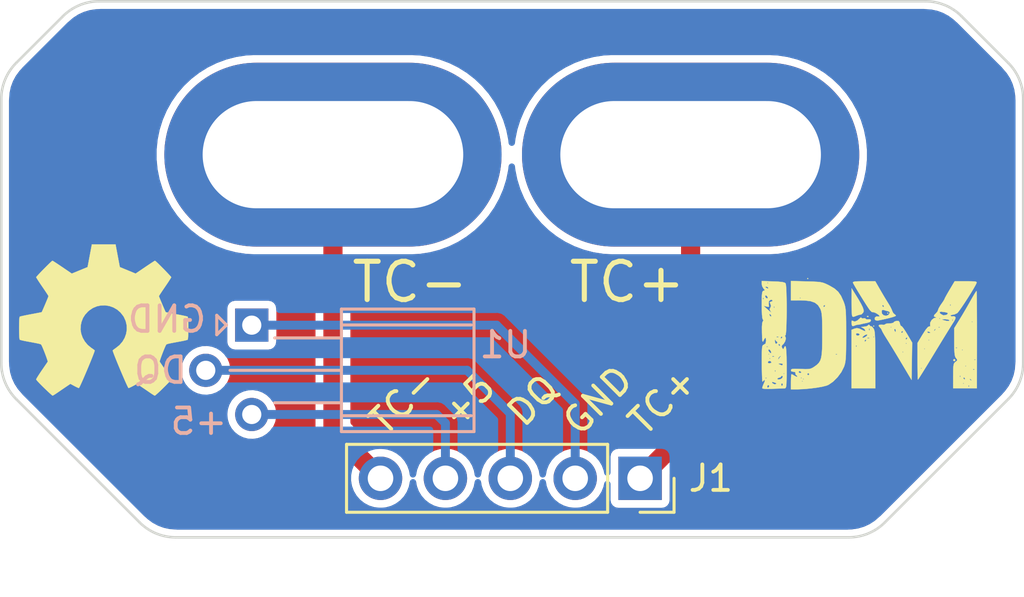
<source format=kicad_pcb>
(kicad_pcb (version 20190516) (host pcbnew "(5.1.0-1195-g1548dcfe8)")

  (general
    (thickness 1.6)
    (drawings 32)
    (tracks 14)
    (modules 5)
    (nets 6)
  )

  (page "A4")
  (layers
    (0 "F.Cu" signal)
    (31 "B.Cu" signal)
    (32 "B.Adhes" user)
    (33 "F.Adhes" user)
    (34 "B.Paste" user)
    (35 "F.Paste" user)
    (36 "B.SilkS" user)
    (37 "F.SilkS" user)
    (38 "B.Mask" user)
    (39 "F.Mask" user)
    (40 "Dwgs.User" user)
    (41 "Cmts.User" user)
    (42 "Eco1.User" user)
    (43 "Eco2.User" user)
    (44 "Edge.Cuts" user)
    (45 "Margin" user)
    (46 "B.CrtYd" user)
    (47 "F.CrtYd" user)
    (48 "B.Fab" user)
    (49 "F.Fab" user)
  )

  (setup
    (last_trace_width 0.35)
    (trace_clearance 0.3)
    (zone_clearance 0.3)
    (zone_45_only no)
    (trace_min 0.2)
    (via_size 0.8)
    (via_drill 0.4)
    (via_min_size 0.4)
    (via_min_drill 0.3)
    (uvia_size 0.3)
    (uvia_drill 0.1)
    (uvias_allowed no)
    (uvia_min_size 0.2)
    (uvia_min_drill 0.1)
    (max_error 0.005)
    (edge_width 0.05)
    (segment_width 0.2)
    (pcb_text_width 0.3)
    (pcb_text_size 1.5 1.5)
    (mod_edge_width 0.12)
    (mod_text_size 1 1)
    (mod_text_width 0.15)
    (pad_size 1.3 1.3)
    (pad_drill 0.75)
    (pad_to_mask_clearance 0.051)
    (solder_mask_min_width 0.25)
    (aux_axis_origin 0 0)
    (grid_origin 140.63 105.37)
    (visible_elements FFFFFF7F)
    (pcbplotparams
      (layerselection 0x010fc_ffffffff)
      (usegerberextensions false)
      (usegerberattributes false)
      (usegerberadvancedattributes false)
      (creategerberjobfile false)
      (excludeedgelayer true)
      (linewidth 0.100000)
      (plotframeref false)
      (viasonmask false)
      (mode 1)
      (useauxorigin false)
      (hpglpennumber 1)
      (hpglpenspeed 20)
      (hpglpendiameter 15.000000)
      (psnegative false)
      (psa4output false)
      (plotreference true)
      (plotvalue true)
      (plotinvisibletext false)
      (padsonsilk false)
      (subtractmaskfromsilk false)
      (outputformat 1)
      (mirror false)
      (drillshape 0)
      (scaleselection 1)
      (outputdirectory ""))
  )

  (net 0 "")
  (net 1 "/TC+")
  (net 2 "+5V")
  (net 3 "/DQ")
  (net 4 "GND")
  (net 5 "/TC-")

  (net_class "Default" "Это класс цепей по умолчанию."
    (clearance 0.3)
    (trace_width 0.35)
    (via_dia 0.8)
    (via_drill 0.4)
    (uvia_dia 0.3)
    (uvia_drill 0.1)
    (add_net "+5V")
    (add_net "/DQ")
    (add_net "/TC+")
    (add_net "/TC-")
    (add_net "GND")
  )

  (net_class "TC" ""
    (clearance 0.3)
    (trace_width 0.75)
    (via_dia 0.8)
    (via_drill 0.4)
    (uvia_dia 0.3)
    (uvia_drill 0.1)
  )

  (module "Package_TO_SOT_THT:TO-92_W4.0mm_StaggerEven_Horizontal_FlatSideDown" (layer "B.Cu") (tedit 5D6464B7) (tstamp 5D64BE47)
    (at 141.9 104.1 270)
    (descr "TO-92 horizontal, leads molded, narrow, drill 0.75mm (see NXP sot054_po.pdf)")
    (tags "to-92 sc-43 sc-43a sot54 PA33 transistor")
    (path "/5D59724C")
    (fp_text reference "U1" (at 0.27 -10.23 180) (layer "B.SilkS")
      (effects (font (size 1 1) (thickness 0.15)) (justify mirror))
    )
    (fp_text value "DS18B20" (at 1.27 3.048 90) (layer "B.Fab")
      (effects (font (size 1 1) (thickness 0.15)) (justify mirror))
    )
    (fp_line (start 3.81 -9.14) (end -1.27 -9.14) (layer "B.CrtYd") (width 0.05))
    (fp_line (start 3.81 -9.14) (end 3.8 2.2) (layer "B.CrtYd") (width 0.05))
    (fp_line (start -1.25 2.2) (end -1.27 -9.14) (layer "B.CrtYd") (width 0.05))
    (fp_line (start -1.25 2.2) (end 3.8 2.2) (layer "B.CrtYd") (width 0.05))
    (fp_line (start -1.13 -9) (end -1.13 -3.81) (layer "B.SilkS") (width 0.12))
    (fp_line (start 3.67 -9) (end -1.13 -9) (layer "B.SilkS") (width 0.12))
    (fp_line (start 3.67 -3.81) (end 3.67 -9) (layer "B.SilkS") (width 0.12))
    (fp_line (start -1.13 -3.81) (end 3.67 -3.81) (layer "B.SilkS") (width 0.12))
    (fp_line (start 2.54 -1.2) (end 2.54 -3.81) (layer "B.SilkS") (width 0.12))
    (fp_line (start 1.27 0.55) (end 1.27 -3.81) (layer "B.SilkS") (width 0.12))
    (fp_line (start 0 -1.2) (end 0 -3.81) (layer "B.SilkS") (width 0.12))
    (fp_line (start 3.56 -8.89) (end -1.02 -8.89) (layer "B.Fab") (width 0.1))
    (fp_line (start 3.56 -3.94) (end 3.56 -8.89) (layer "B.Fab") (width 0.1))
    (fp_line (start -1.02 -3.94) (end 3.56 -3.94) (layer "B.Fab") (width 0.1))
    (fp_line (start -1.02 -8.89) (end -1.02 -3.94) (layer "B.Fab") (width 0.1))
    (fp_line (start 0 -3.94) (end 0 0) (layer "B.Fab") (width 0.1))
    (fp_line (start 1.27 -3.94) (end 1.27 1.27) (layer "B.Fab") (width 0.1))
    (fp_line (start 2.54 -3.94) (end 2.54 0) (layer "B.Fab") (width 0.1))
    (fp_text user "%R" (at 1.27 -6.6 90) (layer "B.Fab")
      (effects (font (size 1 1) (thickness 0.15)) (justify mirror))
    )
    (fp_line (start -0.506 0.689) (end -0.125 1.07) (layer "B.SilkS") (width 0.12))
    (fp_line (start -0.125 1.07) (end -0.887 1.07) (layer "B.SilkS") (width 0.12))
    (fp_line (start -0.887 1.07) (end -0.506 0.689) (layer "B.SilkS") (width 0.12))
    (fp_line (start -0.508 -3.81) (end -0.508 -8.89) (layer "B.SilkS") (width 0.12))
    (fp_line (start 3.048 -8.89) (end 3.048 -3.81) (layer "B.SilkS") (width 0.12))
    (pad "1" thru_hole rect (at -0.5 -0.3 180) (size 1.3 1.3) (drill 0.75) (layers *.Cu *.Mask)
      (net 4 "GND"))
    (pad "3" thru_hole circle (at 3 -0.3 180) (size 1.3 1.3) (drill 0.75) (layers *.Cu *.Mask)
      (net 2 "+5V"))
    (pad "2" thru_hole circle (at 1.27 1.5 180) (size 1.3 1.3) (drill 0.75) (layers *.Cu *.Mask)
      (net 3 "/DQ"))
    (model "${KISYS3DMOD}/Package_TO_SOT_THT.3dshapes/TO-92_W4.0mm_StaggerEven_Horizontal_FlatSideDown.wrl"
      (at (xyz 0 0 0))
      (scale (xyz 1 1 1))
      (rotate (xyz 0 0 0))
    )
  )

  (module "Symbol:OSHW-Symbol_6.7x6mm_SilkScreen" (layer "F.Cu") (tedit 0) (tstamp 5D64B1B3)
    (at 136.395961 103.412273)
    (descr "Open Source Hardware Symbol")
    (tags "Logo Symbol OSHW")
    (path "/5D64A3FC")
    (attr virtual)
    (fp_text reference "LOGO1" (at 0 0) (layer "F.SilkS") hide
      (effects (font (size 1 1) (thickness 0.15)))
    )
    (fp_text value "Logo_Open_Hardware_Small" (at 0.75 0) (layer "F.Fab") hide
      (effects (font (size 1 1) (thickness 0.15)))
    )
    (fp_poly (pts (xy 0.555814 -2.531069) (xy 0.639635 -2.086445) (xy 0.94892 -1.958947) (xy 1.258206 -1.831449)
      (xy 1.629246 -2.083754) (xy 1.733157 -2.154004) (xy 1.827087 -2.216728) (xy 1.906652 -2.269062)
      (xy 1.96747 -2.308143) (xy 2.005157 -2.331107) (xy 2.015421 -2.336058) (xy 2.03391 -2.323324)
      (xy 2.07342 -2.288118) (xy 2.129522 -2.234938) (xy 2.197787 -2.168282) (xy 2.273786 -2.092646)
      (xy 2.353092 -2.012528) (xy 2.431275 -1.932426) (xy 2.503907 -1.856836) (xy 2.566559 -1.790255)
      (xy 2.614803 -1.737182) (xy 2.64421 -1.702113) (xy 2.651241 -1.690377) (xy 2.641123 -1.66874)
      (xy 2.612759 -1.621338) (xy 2.569129 -1.552807) (xy 2.513218 -1.467785) (xy 2.448006 -1.370907)
      (xy 2.410219 -1.31565) (xy 2.341343 -1.214752) (xy 2.28014 -1.123701) (xy 2.229578 -1.04703)
      (xy 2.192628 -0.989272) (xy 2.172258 -0.954957) (xy 2.169197 -0.947746) (xy 2.176136 -0.927252)
      (xy 2.195051 -0.879487) (xy 2.223087 -0.811168) (xy 2.257391 -0.729011) (xy 2.295109 -0.63973)
      (xy 2.333387 -0.550042) (xy 2.36937 -0.466662) (xy 2.400206 -0.396306) (xy 2.423039 -0.34569)
      (xy 2.435017 -0.321529) (xy 2.435724 -0.320578) (xy 2.454531 -0.315964) (xy 2.504618 -0.305672)
      (xy 2.580793 -0.290713) (xy 2.677865 -0.272099) (xy 2.790643 -0.250841) (xy 2.856442 -0.238582)
      (xy 2.97695 -0.215638) (xy 3.085797 -0.193805) (xy 3.177476 -0.174278) (xy 3.246481 -0.158252)
      (xy 3.287304 -0.146921) (xy 3.295511 -0.143326) (xy 3.303548 -0.118994) (xy 3.310033 -0.064041)
      (xy 3.31497 0.015108) (xy 3.318364 0.112026) (xy 3.320218 0.220287) (xy 3.320538 0.333465)
      (xy 3.319327 0.445135) (xy 3.31659 0.548868) (xy 3.312331 0.638241) (xy 3.306555 0.706826)
      (xy 3.299267 0.748197) (xy 3.294895 0.75681) (xy 3.268764 0.767133) (xy 3.213393 0.781892)
      (xy 3.136107 0.799352) (xy 3.04423 0.81778) (xy 3.012158 0.823741) (xy 2.857524 0.852066)
      (xy 2.735375 0.874876) (xy 2.641673 0.89308) (xy 2.572384 0.907583) (xy 2.523471 0.919292)
      (xy 2.490897 0.929115) (xy 2.470628 0.937956) (xy 2.458626 0.946724) (xy 2.456947 0.948457)
      (xy 2.440184 0.976371) (xy 2.414614 1.030695) (xy 2.382788 1.104777) (xy 2.34726 1.191965)
      (xy 2.310583 1.285608) (xy 2.275311 1.379052) (xy 2.243996 1.465647) (xy 2.219193 1.53874)
      (xy 2.203454 1.591678) (xy 2.199332 1.617811) (xy 2.199676 1.618726) (xy 2.213641 1.640086)
      (xy 2.245322 1.687084) (xy 2.291391 1.754827) (xy 2.348518 1.838423) (xy 2.413373 1.932982)
      (xy 2.431843 1.959854) (xy 2.497699 2.057275) (xy 2.55565 2.146163) (xy 2.602538 2.221412)
      (xy 2.635207 2.27792) (xy 2.6505 2.310581) (xy 2.651241 2.314593) (xy 2.638392 2.335684)
      (xy 2.602888 2.377464) (xy 2.549293 2.435445) (xy 2.482171 2.505135) (xy 2.406087 2.582045)
      (xy 2.325604 2.661683) (xy 2.245287 2.739561) (xy 2.169699 2.811186) (xy 2.103405 2.87207)
      (xy 2.050969 2.917721) (xy 2.016955 2.94365) (xy 2.007545 2.947883) (xy 1.985643 2.937912)
      (xy 1.9408 2.91102) (xy 1.880321 2.871736) (xy 1.833789 2.840117) (xy 1.749475 2.782098)
      (xy 1.649626 2.713784) (xy 1.549473 2.645579) (xy 1.495627 2.609075) (xy 1.313371 2.4858)
      (xy 1.160381 2.56852) (xy 1.090682 2.604759) (xy 1.031414 2.632926) (xy 0.991311 2.648991)
      (xy 0.981103 2.651226) (xy 0.968829 2.634722) (xy 0.944613 2.588082) (xy 0.910263 2.515609)
      (xy 0.867588 2.421606) (xy 0.818394 2.310374) (xy 0.76449 2.186215) (xy 0.707684 2.053432)
      (xy 0.649782 1.916327) (xy 0.592593 1.779202) (xy 0.537924 1.646358) (xy 0.487584 1.522098)
      (xy 0.44338 1.410725) (xy 0.407119 1.316539) (xy 0.380609 1.243844) (xy 0.365658 1.196941)
      (xy 0.363254 1.180833) (xy 0.382311 1.160286) (xy 0.424036 1.126933) (xy 0.479706 1.087702)
      (xy 0.484378 1.084599) (xy 0.628264 0.969423) (xy 0.744283 0.835053) (xy 0.83143 0.685784)
      (xy 0.888699 0.525913) (xy 0.915086 0.359737) (xy 0.909585 0.191552) (xy 0.87119 0.025655)
      (xy 0.798895 -0.133658) (xy 0.777626 -0.168513) (xy 0.666996 -0.309263) (xy 0.536302 -0.422286)
      (xy 0.390064 -0.506997) (xy 0.232808 -0.562806) (xy 0.069057 -0.589126) (xy -0.096667 -0.58537)
      (xy -0.259838 -0.55095) (xy -0.415935 -0.485277) (xy -0.560433 -0.387765) (xy -0.605131 -0.348187)
      (xy -0.718888 -0.224297) (xy -0.801782 -0.093876) (xy -0.858644 0.052315) (xy -0.890313 0.197088)
      (xy -0.898131 0.35986) (xy -0.872062 0.52344) (xy -0.814755 0.682298) (xy -0.728856 0.830906)
      (xy -0.617014 0.963735) (xy -0.481877 1.075256) (xy -0.464117 1.087011) (xy -0.40785 1.125508)
      (xy -0.365077 1.158863) (xy -0.344628 1.18016) (xy -0.344331 1.180833) (xy -0.348721 1.203871)
      (xy -0.366124 1.256157) (xy -0.394732 1.33339) (xy -0.432735 1.431268) (xy -0.478326 1.545491)
      (xy -0.529697 1.671758) (xy -0.585038 1.805767) (xy -0.642542 1.943218) (xy -0.700399 2.079808)
      (xy -0.756802 2.211237) (xy -0.809942 2.333205) (xy -0.85801 2.441409) (xy -0.899199 2.531549)
      (xy -0.931699 2.599323) (xy -0.953703 2.64043) (xy -0.962564 2.651226) (xy -0.98964 2.642819)
      (xy -1.040303 2.620272) (xy -1.105817 2.587613) (xy -1.141841 2.56852) (xy -1.294832 2.4858)
      (xy -1.477088 2.609075) (xy -1.570125 2.672228) (xy -1.671985 2.741727) (xy -1.767438 2.807165)
      (xy -1.81525 2.840117) (xy -1.882495 2.885273) (xy -1.939436 2.921057) (xy -1.978646 2.942938)
      (xy -1.991381 2.947563) (xy -2.009917 2.935085) (xy -2.050941 2.900252) (xy -2.110475 2.846678)
      (xy -2.184542 2.777983) (xy -2.269165 2.697781) (xy -2.322685 2.646286) (xy -2.416319 2.554286)
      (xy -2.497241 2.471999) (xy -2.562177 2.402945) (xy -2.607858 2.350644) (xy -2.631011 2.318616)
      (xy -2.633232 2.312116) (xy -2.622924 2.287394) (xy -2.594439 2.237405) (xy -2.550937 2.167212)
      (xy -2.495577 2.081875) (xy -2.43152 1.986456) (xy -2.413303 1.959854) (xy -2.346927 1.863167)
      (xy -2.287378 1.776117) (xy -2.237984 1.703595) (xy -2.202075 1.650493) (xy -2.182981 1.621703)
      (xy -2.181136 1.618726) (xy -2.183895 1.595782) (xy -2.198538 1.545336) (xy -2.222513 1.474041)
      (xy -2.253266 1.388547) (xy -2.288244 1.295507) (xy -2.324893 1.201574) (xy -2.360661 1.113399)
      (xy -2.392994 1.037634) (xy -2.419338 0.980931) (xy -2.437142 0.949943) (xy -2.438407 0.948457)
      (xy -2.449294 0.939601) (xy -2.467682 0.930843) (xy -2.497606 0.921277) (xy -2.543103 0.909996)
      (xy -2.608209 0.896093) (xy -2.696961 0.878663) (xy -2.813393 0.856798) (xy -2.961542 0.829591)
      (xy -2.993618 0.823741) (xy -3.088686 0.805374) (xy -3.171565 0.787405) (xy -3.23493 0.771569)
      (xy -3.271458 0.7596) (xy -3.276356 0.75681) (xy -3.284427 0.732072) (xy -3.290987 0.67679)
      (xy -3.296033 0.597389) (xy -3.299559 0.500296) (xy -3.301561 0.391938) (xy -3.302036 0.27874)
      (xy -3.300977 0.167128) (xy -3.298382 0.063529) (xy -3.294246 -0.025632) (xy -3.288563 -0.093928)
      (xy -3.281331 -0.134934) (xy -3.276971 -0.143326) (xy -3.252698 -0.151792) (xy -3.197426 -0.165565)
      (xy -3.116662 -0.18345) (xy -3.015912 -0.204252) (xy -2.900683 -0.226777) (xy -2.837902 -0.238582)
      (xy -2.718787 -0.260849) (xy -2.612565 -0.281021) (xy -2.524427 -0.298085) (xy -2.459566 -0.311031)
      (xy -2.423174 -0.318845) (xy -2.417184 -0.320578) (xy -2.407061 -0.34011) (xy -2.385662 -0.387157)
      (xy -2.355839 -0.454997) (xy -2.320445 -0.536909) (xy -2.282332 -0.626172) (xy -2.244353 -0.716065)
      (xy -2.20936 -0.799865) (xy -2.180206 -0.870853) (xy -2.159743 -0.922306) (xy -2.150823 -0.947503)
      (xy -2.150657 -0.948604) (xy -2.160769 -0.968481) (xy -2.189117 -1.014223) (xy -2.232723 -1.081283)
      (xy -2.288606 -1.165116) (xy -2.353787 -1.261174) (xy -2.391679 -1.31635) (xy -2.460725 -1.417519)
      (xy -2.52205 -1.50937) (xy -2.572663 -1.587256) (xy -2.609571 -1.646531) (xy -2.629782 -1.682549)
      (xy -2.632701 -1.690623) (xy -2.620153 -1.709416) (xy -2.585463 -1.749543) (xy -2.533063 -1.806507)
      (xy -2.467384 -1.875815) (xy -2.392856 -1.952969) (xy -2.313913 -2.033475) (xy -2.234983 -2.112837)
      (xy -2.1605 -2.18656) (xy -2.094894 -2.250148) (xy -2.042596 -2.299106) (xy -2.008039 -2.328939)
      (xy -1.996478 -2.336058) (xy -1.977654 -2.326047) (xy -1.932631 -2.297922) (xy -1.865787 -2.254546)
      (xy -1.781499 -2.198782) (xy -1.684144 -2.133494) (xy -1.610707 -2.083754) (xy -1.239667 -1.831449)
      (xy -0.621095 -2.086445) (xy -0.537275 -2.531069) (xy -0.453454 -2.975693) (xy 0.471994 -2.975693)
      (xy 0.555814 -2.531069)) (layer "F.SilkS") (width 0.01))
  )

  (module "dm_logo:dm_logo" (layer "F.Cu") (tedit 5BC664B4) (tstamp 5D645B7F)
    (at 166.395961 103.912273)
    (path "/5D645762")
    (fp_text reference "SYM1" (at 0 -3.81) (layer "F.SilkS") hide
      (effects (font (size 1.524 1.524) (thickness 0.3)))
    )
    (fp_text value "dm_logo" (at 0 3.81) (layer "F.SilkS") hide
      (effects (font (size 1.524 1.524) (thickness 0.3)))
    )
    (fp_poly (pts (xy 0.719667 -0.783167) (xy 0.6985 -0.762) (xy 0.677333 -0.783167) (xy 0.6985 -0.804334)
      (xy 0.719667 -0.783167)) (layer "F.SilkS") (width 0.01))
    (fp_poly (pts (xy -2.413 -2.137834) (xy -2.434167 -2.116667) (xy -2.455333 -2.137834) (xy -2.434167 -2.159)
      (xy -2.413 -2.137834)) (layer "F.SilkS") (width 0.01))
    (fp_poly (pts (xy -0.056445 -0.663223) (xy -0.062256 -0.638056) (xy -0.084667 -0.635) (xy -0.119512 -0.65049)
      (xy -0.112889 -0.663223) (xy -0.062649 -0.668289) (xy -0.056445 -0.663223)) (layer "F.SilkS") (width 0.01))
    (fp_poly (pts (xy -0.610803 -1.5875) (xy -0.458705 -1.340477) (xy -0.350733 -1.152778) (xy -0.282414 -1.014403)
      (xy -0.249271 -0.915349) (xy -0.24683 -0.845615) (xy -0.261828 -0.807531) (xy -0.319404 -0.742775)
      (xy -0.35917 -0.726878) (xy -0.426259 -0.71649) (xy -0.521339 -0.684123) (xy -0.612918 -0.647375)
      (xy -0.656229 -0.638374) (xy -0.681602 -0.653394) (xy -0.691445 -0.663223) (xy -0.702062 -0.714063)
      (xy -0.710637 -0.832438) (xy -0.716349 -1.001225) (xy -0.718376 -1.203303) (xy -0.718346 -1.224139)
      (xy -0.717024 -1.756834) (xy -0.610803 -1.5875)) (layer "F.SilkS") (width 0.01))
    (fp_poly (pts (xy 0.397327 -1.703917) (xy 0.503314 -1.521773) (xy 0.613801 -1.336844) (xy 0.707926 -1.183958)
      (xy 0.722986 -1.160238) (xy 0.79936 -1.03131) (xy 0.854148 -0.920972) (xy 0.8723 -0.867075)
      (xy 0.915487 -0.781165) (xy 0.949842 -0.752484) (xy 1.006478 -0.704352) (xy 1.016 -0.681554)
      (xy 0.97677 -0.657814) (xy 0.868708 -0.622606) (xy 0.706255 -0.579755) (xy 0.503854 -0.533087)
      (xy 0.288484 -0.488848) (xy 0.214791 -0.509297) (xy 0.1918 -0.541044) (xy 0.197408 -0.614409)
      (xy 0.258259 -0.654281) (xy 0.324244 -0.647721) (xy 0.374579 -0.648759) (xy 0.381 -0.663677)
      (xy 0.348567 -0.709928) (xy 0.273003 -0.764309) (xy 0.186912 -0.808098) (xy 0.122899 -0.822575)
      (xy 0.112366 -0.817922) (xy 0.072118 -0.829715) (xy 0.0403 -0.860359) (xy 0.457569 -0.860359)
      (xy 0.471295 -0.763001) (xy 0.538189 -0.698834) (xy 0.630104 -0.677472) (xy 0.718892 -0.708525)
      (xy 0.759466 -0.757265) (xy 0.777795 -0.821576) (xy 0.727802 -0.852927) (xy 0.708038 -0.857655)
      (xy 0.598543 -0.887848) (xy 0.543453 -0.907832) (xy 0.479916 -0.907571) (xy 0.457569 -0.860359)
      (xy 0.0403 -0.860359) (xy 0.006715 -0.892704) (xy -0.007697 -0.910337) (xy -0.062477 -0.98801)
      (xy -0.119235 -1.074732) (xy 0.480218 -1.074732) (xy 0.486833 -1.058334) (xy 0.524874 -1.017949)
      (xy 0.531665 -1.016) (xy 0.549848 -1.048753) (xy 0.550333 -1.058334) (xy 0.517789 -1.09904)
      (xy 0.505501 -1.100667) (xy 0.480218 -1.074732) (xy -0.119235 -1.074732) (xy -0.146565 -1.116489)
      (xy -0.249236 -1.278356) (xy -0.359762 -1.456194) (xy -0.467416 -1.632587) (xy -0.561471 -1.790118)
      (xy -0.6312 -1.911371) (xy -0.665877 -1.978927) (xy -0.665937 -1.979084) (xy -0.654745 -2.003752)
      (xy -0.591529 -2.019929) (xy -0.465861 -2.028904) (xy -0.267312 -2.031969) (xy -0.238397 -2.032)
      (xy 0.209598 -2.032) (xy 0.397327 -1.703917)) (layer "F.SilkS") (width 0.01))
    (fp_poly (pts (xy 0.169333 -0.275167) (xy 0.148167 -0.254) (xy 0.127 -0.275167) (xy 0.148167 -0.296334)
      (xy 0.169333 -0.275167)) (layer "F.SilkS") (width 0.01))
    (fp_poly (pts (xy -0.338667 -0.603108) (xy -0.305123 -0.576191) (xy -0.254 -0.580401) (xy -0.186556 -0.581592)
      (xy -0.169333 -0.561142) (xy -0.134197 -0.537116) (xy -0.0635 -0.539973) (xy 0.018931 -0.540006)
      (xy 0.042333 -0.493687) (xy 0.001456 -0.436756) (xy -0.116417 -0.400389) (xy -0.24561 -0.375554)
      (xy -0.35103 -0.35034) (xy -0.359833 -0.34775) (xy -0.443966 -0.330361) (xy -0.477965 -0.330852)
      (xy -0.538894 -0.320324) (xy -0.588816 -0.298395) (xy -0.662693 -0.275948) (xy -0.692934 -0.283712)
      (xy -0.713368 -0.342438) (xy -0.719667 -0.417689) (xy -0.710533 -0.48836) (xy -0.678944 -0.483825)
      (xy -0.672175 -0.477442) (xy -0.591563 -0.449981) (xy -0.489268 -0.493924) (xy -0.41275 -0.564456)
      (xy -0.35941 -0.610773) (xy -0.338667 -0.603108)) (layer "F.SilkS") (width 0.01))
    (fp_poly (pts (xy 3.343103 1.048214) (xy 3.344333 1.058333) (xy 3.312119 1.099436) (xy 3.302 1.100666)
      (xy 3.260897 1.068452) (xy 3.259667 1.058333) (xy 3.291881 1.01723) (xy 3.302 1.016)
      (xy 3.343103 1.048214)) (layer "F.SilkS") (width 0.01))
    (fp_poly (pts (xy 3.956264 -2.030743) (xy 4.082497 -2.025391) (xy 4.151523 -2.013573) (xy 4.177061 -1.992919)
      (xy 4.172834 -1.961057) (xy 4.172639 -1.960546) (xy 4.129021 -1.871259) (xy 4.051203 -1.734445)
      (xy 3.949401 -1.565994) (xy 3.833833 -1.381798) (xy 3.714716 -1.197747) (xy 3.602269 -1.029733)
      (xy 3.506707 -0.893646) (xy 3.43825 -0.805377) (xy 3.415168 -0.782477) (xy 3.305798 -0.732833)
      (xy 3.226582 -0.719667) (xy 3.160079 -0.704941) (xy 3.15426 -0.676643) (xy 3.204784 -0.652088)
      (xy 3.219923 -0.657768) (xy 3.286162 -0.660496) (xy 3.323941 -0.645571) (xy 3.351619 -0.615941)
      (xy 3.345154 -0.564175) (xy 3.299003 -0.473936) (xy 3.226167 -0.35747) (xy 3.159445 -0.251902)
      (xy 3.056992 -0.086818) (xy 2.926786 0.124785) (xy 2.776804 0.369912) (xy 2.615024 0.635565)
      (xy 2.480542 0.85731) (xy 2.325073 1.11312) (xy 2.183925 1.343377) (xy 2.062974 1.538654)
      (xy 1.9681 1.689523) (xy 1.905178 1.786556) (xy 1.880151 1.820333) (xy 1.874403 1.780295)
      (xy 1.869451 1.669362) (xy 1.865628 1.501304) (xy 1.86423 1.375833) (xy 1.989667 1.375833)
      (xy 2.010833 1.397) (xy 2.032 1.375833) (xy 2.010833 1.354666) (xy 1.989667 1.375833)
      (xy 1.86423 1.375833) (xy 1.863271 1.289891) (xy 1.862667 1.103215) (xy 1.862667 0.613833)
      (xy 2.116667 0.613833) (xy 2.137833 0.635) (xy 2.159 0.613833) (xy 2.137833 0.592666)
      (xy 2.116667 0.613833) (xy 1.862667 0.613833) (xy 1.862667 0.386097) (xy 1.929404 0.275166)
      (xy 2.286 0.275166) (xy 2.307167 0.296333) (xy 2.328333 0.275166) (xy 2.307167 0.254)
      (xy 2.286 0.275166) (xy 1.929404 0.275166) (xy 2.06375 0.051857) (xy 2.123688 -0.041005)
      (xy 2.243667 -0.041005) (xy 2.277975 -0.00462) (xy 2.307167 0) (xy 2.363648 -0.009058)
      (xy 2.370667 -0.016638) (xy 2.337564 -0.043935) (xy 2.307167 -0.057643) (xy 2.252656 -0.058523)
      (xy 2.243667 -0.041005) (xy 2.123688 -0.041005) (xy 2.153649 -0.087423) (xy 2.508046 -0.087423)
      (xy 2.513836 -0.084667) (xy 2.552469 -0.114469) (xy 2.561167 -0.127) (xy 2.571954 -0.166578)
      (xy 2.566163 -0.169334) (xy 2.527531 -0.139532) (xy 2.518833 -0.127) (xy 2.508046 -0.087423)
      (xy 2.153649 -0.087423) (xy 2.179551 -0.127551) (xy 2.266389 -0.233206) (xy 2.278985 -0.239889)
      (xy 2.681111 -0.239889) (xy 2.686922 -0.214722) (xy 2.709333 -0.211667) (xy 2.744178 -0.227156)
      (xy 2.737555 -0.239889) (xy 2.687316 -0.244956) (xy 2.681111 -0.239889) (xy 2.278985 -0.239889)
      (xy 2.32249 -0.262971) (xy 2.324496 -0.262415) (xy 2.364975 -0.267685) (xy 2.356723 -0.313942)
      (xy 2.359411 -0.409061) (xy 2.414805 -0.509151) (xy 2.441159 -0.531516) (xy 2.816936 -0.531516)
      (xy 2.87015 -0.510745) (xy 2.878667 -0.508) (xy 3.004939 -0.47669) (xy 3.089765 -0.473251)
      (xy 3.116009 -0.497685) (xy 3.1115 -0.508) (xy 3.217333 -0.508) (xy 3.232822 -0.473155)
      (xy 3.245555 -0.479778) (xy 3.250622 -0.530018) (xy 3.245555 -0.536223) (xy 3.220388 -0.530412)
      (xy 3.217333 -0.508) (xy 3.1115 -0.508) (xy 3.055709 -0.534745) (xy 2.951829 -0.546281)
      (xy 2.929085 -0.546114) (xy 2.834219 -0.54152) (xy 2.816936 -0.531516) (xy 2.441159 -0.531516)
      (xy 2.488275 -0.5715) (xy 2.709333 -0.5715) (xy 2.7305 -0.550334) (xy 2.751667 -0.5715)
      (xy 2.7305 -0.592667) (xy 2.709333 -0.5715) (xy 2.488275 -0.5715) (xy 2.499871 -0.58134)
      (xy 2.555452 -0.597578) (xy 2.611363 -0.604468) (xy 2.586073 -0.617953) (xy 2.57175 -0.621849)
      (xy 2.507076 -0.654595) (xy 2.51645 -0.706735) (xy 2.582333 -0.773345) (xy 2.628682 -0.827581)
      (xy 2.726501 -0.827581) (xy 2.74019 -0.782416) (xy 2.766786 -0.752929) (xy 2.871835 -0.697288)
      (xy 2.984664 -0.709082) (xy 3.036316 -0.744269) (xy 3.054251 -0.780738) (xy 3.010458 -0.806528)
      (xy 2.917551 -0.826083) (xy 2.784134 -0.841415) (xy 2.726501 -0.827581) (xy 2.628682 -0.827581)
      (xy 2.646569 -0.848511) (xy 2.667 -0.903401) (xy 2.69043 -0.96896) (xy 2.750183 -1.072242)
      (xy 2.769631 -1.100667) (xy 3.132667 -1.100667) (xy 3.148156 -1.065822) (xy 3.160889 -1.072445)
      (xy 3.165955 -1.122685) (xy 3.160889 -1.128889) (xy 3.135722 -1.123078) (xy 3.132667 -1.100667)
      (xy 2.769631 -1.100667) (xy 2.794 -1.136282) (xy 2.866462 -1.24106) (xy 2.912444 -1.316671)
      (xy 2.921 -1.337976) (xy 2.9413 -1.383685) (xy 2.995698 -1.484127) (xy 3.074439 -1.621607)
      (xy 3.119573 -1.698175) (xy 3.318147 -2.032) (xy 3.759102 -2.032001) (xy 3.956264 -2.030743)) (layer "F.SilkS") (width 0.01))
    (fp_poly (pts (xy 1.158853 -0.427128) (xy 1.171471 -0.376228) (xy 1.198144 -0.297131) (xy 1.228555 -0.27572)
      (xy 1.228792 -0.275863) (xy 1.263105 -0.251024) (xy 1.327513 -0.167373) (xy 1.410937 -0.040075)
      (xy 1.457493 0.037204) (xy 1.653043 0.370759) (xy 1.629833 1.833129) (xy 1.229139 1.159981)
      (xy 1.086457 0.921534) (xy 0.977314 0.740833) (xy 1.27 0.740833) (xy 1.291167 0.762)
      (xy 1.312333 0.740833) (xy 1.291167 0.719666) (xy 1.27 0.740833) (xy 0.977314 0.740833)
      (xy 0.94412 0.685877) (xy 0.813501 0.471686) (xy 0.770553 0.402166) (xy 1.397 0.402166)
      (xy 1.418167 0.423333) (xy 1.439333 0.402166) (xy 1.418167 0.381) (xy 1.397 0.402166)
      (xy 0.770553 0.402166) (xy 0.705976 0.297638) (xy 0.651733 0.211666) (xy 1.397 0.211666)
      (xy 1.411443 0.252899) (xy 1.415668 0.254) (xy 1.451811 0.224335) (xy 1.4605 0.211666)
      (xy 1.457143 0.172657) (xy 1.441832 0.169333) (xy 1.398723 0.200063) (xy 1.397 0.211666)
      (xy 0.651733 0.211666) (xy 0.647055 0.204253) (xy 0.561627 0.066384) (xy 0.49784 -0.045669)
      (xy 0.46694 -0.111889) (xy 0.465667 -0.118646) (xy 0.455805 -0.138303) (xy 0.951703 -0.138303)
      (xy 0.958358 -0.105834) (xy 0.988405 -0.050133) (xy 0.999362 -0.042334) (xy 1.227667 -0.042334)
      (xy 1.24211 -0.001101) (xy 1.246335 0) (xy 1.282478 -0.029665) (xy 1.291167 -0.042334)
      (xy 1.28781 -0.081343) (xy 1.272498 -0.084667) (xy 1.229389 -0.053937) (xy 1.227667 -0.042334)
      (xy 0.999362 -0.042334) (xy 1.014161 -0.076902) (xy 1.016 -0.105834) (xy 0.993845 -0.16218)
      (xy 0.974995 -0.169334) (xy 0.951703 -0.138303) (xy 0.455805 -0.138303) (xy 0.436568 -0.176644)
      (xy 0.402167 -0.211667) (xy 0.384634 -0.232834) (xy 0.804333 -0.232834) (xy 0.8255 -0.211667)
      (xy 0.846667 -0.232834) (xy 0.8255 -0.254) (xy 0.804333 -0.232834) (xy 0.384634 -0.232834)
      (xy 0.343333 -0.282695) (xy 0.36222 -0.32538) (xy 0.454226 -0.331177) (xy 0.465667 -0.329637)
      (xy 0.554255 -0.325339) (xy 0.592623 -0.340728) (xy 0.592667 -0.341521) (xy 0.628674 -0.366444)
      (xy 0.687917 -0.374863) (xy 0.839748 -0.38487) (xy 0.916798 -0.404822) (xy 0.931333 -0.425454)
      (xy 0.967478 -0.454969) (xy 1.039317 -0.476439) (xy 1.119746 -0.478223) (xy 1.158853 -0.427128)) (layer "F.SilkS") (width 0.01))
    (fp_poly (pts (xy 4.176192 -1.610076) (xy 4.179912 -1.492933) (xy 4.183136 -1.308023) (xy 4.185789 -1.063792)
      (xy 4.187792 -0.76869) (xy 4.18907 -0.431166) (xy 4.189547 -0.059668) (xy 4.189303 0.254)
      (xy 4.186132 2.159) (xy 3.259667 2.159) (xy 3.259667 2.074333) (xy 3.852333 2.074333)
      (xy 3.867822 2.109178) (xy 3.880555 2.102555) (xy 3.885622 2.052315) (xy 3.880555 2.046111)
      (xy 3.855388 2.051922) (xy 3.852333 2.074333) (xy 3.259667 2.074333) (xy 3.259667 1.9685)
      (xy 3.640667 1.9685) (xy 3.661833 1.989666) (xy 3.683 1.9685) (xy 3.661833 1.947333)
      (xy 3.640667 1.9685) (xy 3.259667 1.9685) (xy 3.259667 1.761601) (xy 3.655218 1.761601)
      (xy 3.661833 1.778) (xy 3.699874 1.818385) (xy 3.706665 1.820333) (xy 3.72343 1.790134)
      (xy 3.90149 1.790134) (xy 3.911791 1.813792) (xy 3.954416 1.859239) (xy 3.978921 1.849916)
      (xy 3.979333 1.843998) (xy 3.949265 1.808192) (xy 3.930459 1.795124) (xy 3.90149 1.790134)
      (xy 3.72343 1.790134) (xy 3.724848 1.78758) (xy 3.725333 1.778) (xy 3.692789 1.737293)
      (xy 3.680501 1.735666) (xy 3.655218 1.761601) (xy 3.259667 1.761601) (xy 3.259667 1.693333)
      (xy 3.513667 1.693333) (xy 3.529156 1.728178) (xy 3.541889 1.721555) (xy 3.546955 1.671315)
      (xy 3.541889 1.665111) (xy 3.516722 1.670922) (xy 3.513667 1.693333) (xy 3.259667 1.693333)
      (xy 3.259667 1.674567) (xy 3.260808 1.463994) (xy 3.262766 1.411111) (xy 4.035778 1.411111)
      (xy 4.041589 1.436278) (xy 4.064 1.439333) (xy 4.098845 1.423844) (xy 4.092222 1.411111)
      (xy 4.041982 1.406044) (xy 4.035778 1.411111) (xy 3.262766 1.411111) (xy 3.266081 1.321588)
      (xy 3.270163 1.291166) (xy 3.725333 1.291166) (xy 3.7465 1.312333) (xy 3.767667 1.291166)
      (xy 3.7465 1.27) (xy 3.725333 1.291166) (xy 3.270163 1.291166) (xy 3.278257 1.230861)
      (xy 3.300111 1.175322) (xy 3.334414 1.138484) (xy 3.352003 1.125459) (xy 3.414567 1.07293)
      (xy 3.410725 1.030111) (xy 4.078111 1.030111) (xy 4.083922 1.055278) (xy 4.106333 1.058333)
      (xy 4.141178 1.042844) (xy 4.134555 1.030111) (xy 4.084316 1.025044) (xy 4.078111 1.030111)
      (xy 3.410725 1.030111) (xy 3.410479 1.027372) (xy 3.37317 0.982141) (xy 3.34297 0.935154)
      (xy 3.322444 0.862904) (xy 3.309902 0.750445) (xy 3.306387 0.656166) (xy 3.598333 0.656166)
      (xy 3.6195 0.677333) (xy 3.640667 0.656166) (xy 3.6195 0.635) (xy 3.598333 0.656166)
      (xy 3.306387 0.656166) (xy 3.303651 0.582827) (xy 3.303519 0.564444) (xy 3.358444 0.564444)
      (xy 3.364255 0.589611) (xy 3.386667 0.592666) (xy 3.421512 0.577177) (xy 3.414889 0.564444)
      (xy 3.364649 0.559377) (xy 3.358444 0.564444) (xy 3.303519 0.564444) (xy 3.302 0.353215)
      (xy 3.302 -0.197069) (xy 3.454963 -0.4445) (xy 3.979333 -0.4445) (xy 4.0005 -0.423334)
      (xy 4.021667 -0.4445) (xy 4.0005 -0.465667) (xy 3.979333 -0.4445) (xy 3.454963 -0.4445)
      (xy 3.509335 -0.532451) (xy 3.626561 -0.726389) (xy 3.761156 -0.955628) (xy 3.890228 -1.180991)
      (xy 3.934151 -1.259417) (xy 4.025125 -1.419969) (xy 4.101476 -1.548647) (xy 4.153881 -1.630107)
      (xy 4.172053 -1.651) (xy 4.176192 -1.610076)) (layer "F.SilkS") (width 0.01))
    (fp_poly (pts (xy -0.003871 -0.296334) (xy 0.032969 -0.260408) (xy 0.041685 -0.270293) (xy 0.063999 -0.267872)
      (xy 0.117562 -0.211979) (xy 0.124455 -0.203351) (xy 0.149209 -0.166855) (xy 0.168502 -0.120957)
      (xy 0.183053 -0.055295) (xy 0.193583 0.040489) (xy 0.200814 0.176758) (xy 0.205465 0.363869)
      (xy 0.208257 0.612184) (xy 0.209911 0.932064) (xy 0.210249 1.030025) (xy 0.213922 2.159)
      (xy -0.719667 2.159) (xy -0.719667 0.508) (xy -0.550333 0.508) (xy -0.534844 0.542845)
      (xy -0.522111 0.536222) (xy -0.517045 0.485982) (xy -0.522111 0.479777) (xy -0.547278 0.485588)
      (xy -0.550333 0.508) (xy -0.719667 0.508) (xy -0.719667 0.296333) (xy -0.211667 0.296333)
      (xy -0.197223 0.337566) (xy -0.192999 0.338666) (xy -0.156856 0.309002) (xy -0.148167 0.296333)
      (xy -0.151523 0.257323) (xy -0.166835 0.254) (xy -0.209944 0.28473) (xy -0.211667 0.296333)
      (xy -0.719667 0.296333) (xy -0.719667 0.201545) (xy -0.108639 0.201545) (xy -0.067028 0.208324)
      (xy -0.012121 0.200541) (xy -0.011465 0.18609) (xy -0.068124 0.175984) (xy -0.092604 0.182748)
      (xy -0.108639 0.201545) (xy -0.719667 0.201545) (xy -0.719667 0.172312) (xy -0.296333 0.172312)
      (xy -0.268282 0.188335) (xy -0.204916 0.166328) (xy -0.178072 0.148166) (xy 0.127 0.148166)
      (xy 0.148167 0.169333) (xy 0.169333 0.148166) (xy 0.148167 0.127) (xy 0.127 0.148166)
      (xy -0.178072 0.148166) (xy -0.137421 0.120663) (xy -0.105693 0.084439) (xy -0.099405 0.04594)
      (xy -0.15763 0.058429) (xy -0.21445 0.086156) (xy -0.280043 0.138328) (xy -0.296333 0.172312)
      (xy -0.719667 0.172312) (xy -0.719667 0.035277) (xy -0.550333 0.035277) (xy -0.519275 0.097843)
      (xy -0.442273 0.099109) (xy -0.440605 0.09848) (xy -0.400902 0.058508) (xy -0.404908 0.037897)
      (xy -0.456011 0.005394) (xy -0.51965 0.004444) (xy -0.550333 0.035277) (xy -0.719667 0.035277)
      (xy -0.719667 -0.129096) (xy -0.60325 -0.174683) (xy -0.5087 -0.196799) (xy -0.412625 -0.175798)
      (xy -0.328083 -0.134819) (xy -0.231992 -0.08884) (xy -0.175941 -0.073143) (xy -0.169982 -0.077601)
      (xy -0.204962 -0.151695) (xy -0.038991 -0.151695) (xy -0.031208 -0.096788) (xy -0.016757 -0.096132)
      (xy -0.006651 -0.152791) (xy -0.013415 -0.177271) (xy -0.032212 -0.193306) (xy -0.038991 -0.151695)
      (xy -0.204962 -0.151695) (xy -0.209183 -0.160634) (xy -0.302751 -0.2188) (xy -0.3175 -0.223026)
      (xy -0.340311 -0.237482) (xy -0.285241 -0.247206) (xy -0.246945 -0.24909) (xy -0.139614 -0.265432)
      (xy -0.074857 -0.299371) (xy -0.070251 -0.306917) (xy -0.041147 -0.333872) (xy -0.003871 -0.296334)) (layer "F.SilkS") (width 0.01))
    (fp_poly (pts (xy -2.48195 -2.025684) (xy -2.241853 -2.018793) (xy -2.067132 -2.010219) (xy -1.938516 -1.996455)
      (xy -1.836733 -1.973994) (xy -1.742513 -1.939328) (xy -1.636584 -1.888949) (xy -1.583901 -1.862227)
      (xy -1.387498 -1.747335) (xy -1.243387 -1.621015) (xy -1.13186 -1.460255) (xy -1.033208 -1.242044)
      (xy -1.017572 -1.200985) (xy -0.990268 -1.121284) (xy -0.969371 -1.03853) (xy -0.954038 -0.940381)
      (xy -0.943429 -0.814493) (xy -0.936701 -0.648523) (xy -0.933013 -0.430128) (xy -0.931523 -0.146965)
      (xy -0.931333 0.0635) (xy -0.931932 0.393325) (xy -0.934273 0.650751) (xy -0.939171 0.848041)
      (xy -0.947445 0.997459) (xy -0.95991 1.111265) (xy -0.977383 1.201725) (xy -1.000681 1.2811)
      (xy -1.015093 1.321328) (xy -1.119669 1.528291) (xy -1.268056 1.728375) (xy -1.440342 1.899958)
      (xy -1.616616 2.021416) (xy -1.688697 2.052853) (xy -1.849513 2.094979) (xy -2.068792 2.134185)
      (xy -2.320332 2.167118) (xy -2.577931 2.190427) (xy -2.815385 2.200762) (xy -2.846917 2.200985)
      (xy -3.090333 2.201333) (xy -3.090333 1.905) (xy -3.089904 1.883833) (xy -2.667 1.883833)
      (xy -2.645833 1.905) (xy -2.624667 1.883833) (xy -2.645833 1.862666) (xy -2.667 1.883833)
      (xy -3.089904 1.883833) (xy -3.088187 1.799166) (xy -2.624667 1.799166) (xy -2.6035 1.820333)
      (xy -2.582333 1.799166) (xy -2.6035 1.778) (xy -2.624667 1.799166) (xy -3.088187 1.799166)
      (xy -3.08737 1.758931) (xy -3.087216 1.756833) (xy -2.709333 1.756833) (xy -2.688167 1.778)
      (xy -2.667 1.756833) (xy -2.688167 1.735666) (xy -2.709333 1.756833) (xy -3.087216 1.756833)
      (xy -3.079572 1.653092) (xy -3.068577 1.608898) (xy -3.067677 1.608666) (xy -3.01964 1.629498)
      (xy -2.940677 1.677035) (xy -2.863666 1.714394) (xy -2.836333 1.698202) (xy -2.867021 1.653266)
      (xy -2.880523 1.651) (xy -2.911896 1.617149) (xy -2.911975 1.608666) (xy -2.455333 1.608666)
      (xy -2.423119 1.649769) (xy -2.413 1.651) (xy -2.371897 1.618785) (xy -2.370667 1.608666)
      (xy -2.402881 1.567563) (xy -2.413 1.566333) (xy -2.454103 1.598547) (xy -2.455333 1.608666)
      (xy -2.911975 1.608666) (xy -2.912273 1.576916) (xy -2.924211 1.524) (xy -2.794 1.524)
      (xy -2.759542 1.561152) (xy -2.728002 1.566333) (xy -2.684184 1.54581) (xy -2.688167 1.524)
      (xy -2.742288 1.483281) (xy -2.754165 1.481666) (xy -2.79286 1.513956) (xy -2.794 1.524)
      (xy -2.924211 1.524) (xy -2.924883 1.521023) (xy -2.995083 1.512917) (xy -3.073999 1.497884)
      (xy -3.090333 1.454822) (xy -3.079897 1.422501) (xy -3.038234 1.404107) (xy -2.949814 1.39758)
      (xy -2.799109 1.400856) (xy -2.7128 1.404693) (xy -2.527747 1.411561) (xy -2.402781 1.408079)
      (xy -2.313551 1.390132) (xy -2.235708 1.353607) (xy -2.17305 1.313502) (xy -2.075616 1.242308)
      (xy -2.000925 1.168595) (xy -1.946 1.080342) (xy -1.907867 0.965531) (xy -1.884551 0.818444)
      (xy -1.340556 0.818444) (xy -1.334745 0.843611) (xy -1.312333 0.846666) (xy -1.277488 0.831177)
      (xy -1.284111 0.818444) (xy -1.334351 0.813377) (xy -1.340556 0.818444) (xy -1.884551 0.818444)
      (xy -1.883551 0.812142) (xy -1.870078 0.608156) (xy -1.864471 0.341552) (xy -1.863662 0.0635)
      (xy -1.864887 -0.234776) (xy -1.868561 -0.461691) (xy -1.875717 -0.63054) (xy -1.887388 -0.754617)
      (xy -1.904608 -0.847216) (xy -1.928411 -0.921631) (xy -1.942893 -0.955712) (xy -2.007177 -1.058334)
      (xy -1.820333 -1.058334) (xy -1.80589 -1.017101) (xy -1.801665 -1.016) (xy -1.765522 -1.045665)
      (xy -1.756833 -1.058334) (xy -1.76019 -1.097343) (xy -1.775502 -1.100667) (xy -1.818611 -1.069937)
      (xy -1.820333 -1.058334) (xy -2.007177 -1.058334) (xy -2.030972 -1.096319) (xy -2.154813 -1.193827)
      (xy -2.327232 -1.25366) (xy -2.561046 -1.281244) (xy -2.719917 -1.284637) (xy -3.090333 -1.283897)
      (xy -3.090333 -1.375834) (xy -2.751667 -1.375834) (xy -2.7305 -1.354667) (xy -2.709333 -1.375834)
      (xy -2.7305 -1.397) (xy -2.751667 -1.375834) (xy -3.090333 -1.375834) (xy -3.090333 -2.041416)
      (xy -2.48195 -2.025684)) (layer "F.SilkS") (width 0.01))
    (fp_poly (pts (xy -3.787225 -2.025271) (xy -3.57113 -2.01515) (xy -3.426628 -1.999979) (xy -3.340695 -1.977672)
      (xy -3.30104 -1.947334) (xy -3.287183 -1.885218) (xy -3.276148 -1.756692) (xy -3.267891 -1.575845)
      (xy -3.262369 -1.356767) (xy -3.259541 -1.11355) (xy -3.259364 -0.860283) (xy -3.261795 -0.611057)
      (xy -3.266792 -0.379963) (xy -3.274311 -0.181091) (xy -3.284311 -0.028532) (xy -3.296748 0.063625)
      (xy -3.307184 0.084666) (xy -3.332813 0.101402) (xy -3.306735 0.142462) (xy -3.291063 0.218773)
      (xy -3.31988 0.323164) (xy -3.380141 0.421601) (xy -3.431146 0.466992) (xy -3.459332 0.517178)
      (xy -3.436772 0.577042) (xy -3.39996 0.631412) (xy -3.376015 0.611818) (xy -3.363818 0.582083)
      (xy -3.330836 0.517432) (xy -3.304846 0.516413) (xy -3.2853 0.582971) (xy -3.271652 0.721054)
      (xy -3.263354 0.934606) (xy -3.25986 1.227574) (xy -3.259667 1.3335) (xy -3.26021 1.618185)
      (xy -3.262493 1.829169) (xy -3.267495 1.977415) (xy -3.276197 2.073884) (xy -3.289579 2.129539)
      (xy -3.30862 2.155341) (xy -3.33375 2.162232) (xy -3.642762 2.174746) (xy -3.875562 2.181757)
      (xy -4.040426 2.183269) (xy -4.145628 2.179286) (xy -4.199444 2.169812) (xy -4.209929 2.16262)
      (xy -4.205439 2.107196) (xy -4.201986 2.097998) (xy -4.021667 2.097998) (xy -4.001144 2.141815)
      (xy -3.979333 2.137833) (xy -3.938615 2.083711) (xy -3.937 2.071834) (xy -3.96929 2.03314)
      (xy -3.979333 2.032) (xy -4.016486 2.066457) (xy -4.021667 2.097998) (xy -4.201986 2.097998)
      (xy -4.168927 2.009948) (xy -4.168147 2.008334) (xy -3.471333 2.008334) (xy -3.457382 2.069499)
      (xy -3.420726 2.051164) (xy -3.409641 2.034925) (xy -3.41495 1.980555) (xy -3.42831 1.968926)
      (xy -3.465125 1.978124) (xy -3.471333 2.008334) (xy -4.168147 2.008334) (xy -4.152793 1.976593)
      (xy -4.130714 1.923425) (xy -3.837704 1.923425) (xy -3.812089 1.965983) (xy -3.737685 2.005343)
      (xy -3.693584 2.000914) (xy -3.652034 1.976513) (xy -3.686596 1.951303) (xy -3.707262 1.942906)
      (xy -3.807627 1.911241) (xy -3.837704 1.923425) (xy -4.130714 1.923425) (xy -4.11304 1.880865)
      (xy -4.113089 1.834377) (xy -4.122415 1.832749) (xy -4.180018 1.874797) (xy -4.198608 1.905)
      (xy -4.207965 1.885942) (xy -4.216383 1.794225) (xy -4.218402 1.749777) (xy -4.092222 1.749777)
      (xy -4.086411 1.774944) (xy -4.064 1.778) (xy -3.6195 1.778) (xy -3.615398 1.812392)
      (xy -3.562673 1.819245) (xy -3.491734 1.801383) (xy -3.432994 1.76163) (xy -3.432128 1.760602)
      (xy -3.406538 1.697623) (xy -3.426945 1.673437) (xy -3.467415 1.674892) (xy -3.471333 1.690834)
      (xy -3.505398 1.731029) (xy -3.532335 1.735666) (xy -3.60441 1.761466) (xy -3.6195 1.778)
      (xy -4.064 1.778) (xy -4.029155 1.76251) (xy -4.035778 1.749777) (xy -4.086018 1.744711)
      (xy -4.092222 1.749777) (xy -4.218402 1.749777) (xy -4.223305 1.641855) (xy -4.22462 1.5875)
      (xy -3.386667 1.5875) (xy -3.3655 1.608666) (xy -3.344333 1.5875) (xy -3.3655 1.566333)
      (xy -3.386667 1.5875) (xy -4.22462 1.5875) (xy -4.227182 1.481666) (xy -3.725333 1.481666)
      (xy -3.709844 1.516511) (xy -3.697111 1.509888) (xy -3.692045 1.459649) (xy -3.697111 1.453444)
      (xy -3.722278 1.459255) (xy -3.725333 1.481666) (xy -4.227182 1.481666) (xy -4.228171 1.44084)
      (xy -4.230358 1.22202) (xy -4.230422 1.193467) (xy -3.576997 1.193467) (xy -3.575667 1.20835)
      (xy -3.534833 1.227666) (xy -3.464166 1.257835) (xy -3.442082 1.267024) (xy -3.416641 1.241068)
      (xy -3.407833 1.227666) (xy -3.423402 1.197779) (xy -3.500585 1.188308) (xy -3.576997 1.193467)
      (xy -4.230422 1.193467) (xy -4.230578 1.124506) (xy -3.995668 1.124506) (xy -3.985953 1.174914)
      (xy -3.935672 1.185333) (xy -3.867577 1.169257) (xy -3.852333 1.147529) (xy -3.883829 1.098031)
      (xy -3.94709 1.087515) (xy -3.995274 1.123506) (xy -3.995668 1.124506) (xy -4.230578 1.124506)
      (xy -4.230755 1.045514) (xy -3.587921 1.045514) (xy -3.570073 1.016) (xy -3.518204 0.937489)
      (xy -3.496736 0.917527) (xy -3.481358 0.894811) (xy -3.513667 0.899868) (xy -3.571392 0.951435)
      (xy -3.587004 0.998341) (xy -3.587921 1.045514) (xy -4.230755 1.045514) (xy -4.23087 0.994833)
      (xy -3.937 0.994833) (xy -3.915833 1.016) (xy -3.894667 0.994833) (xy -3.915833 0.973666)
      (xy -3.937 0.994833) (xy -4.23087 0.994833) (xy -4.230963 0.953874) (xy -4.230714 0.921212)
      (xy -3.833973 0.921212) (xy -3.792361 0.927991) (xy -3.737454 0.920207) (xy -3.736799 0.905756)
      (xy -3.793457 0.895651) (xy -3.817938 0.902414) (xy -3.833973 0.921212) (xy -4.230714 0.921212)
      (xy -4.229984 0.8255) (xy -3.979333 0.8255) (xy -3.958167 0.846666) (xy -3.937 0.8255)
      (xy -3.958167 0.804333) (xy -3.979333 0.8255) (xy -4.229984 0.8255) (xy -4.229472 0.758422)
      (xy -4.226241 0.668866) (xy -3.979333 0.668866) (xy -3.956188 0.719802) (xy -3.90833 0.771651)
      (xy -3.868127 0.790616) (xy -3.864743 0.78852) (xy -3.865315 0.742635) (xy -3.877033 0.704559)
      (xy -3.917888 0.648395) (xy -3.962318 0.636057) (xy -3.979333 0.668866) (xy -4.226241 0.668866)
      (xy -4.224611 0.623698) (xy -4.21511 0.537734) (xy -4.210213 0.522111) (xy -4.049889 0.522111)
      (xy -4.044078 0.547278) (xy -4.021667 0.550333) (xy -3.986822 0.534844) (xy -3.993445 0.522111)
      (xy -4.043684 0.517044) (xy -4.049889 0.522111) (xy -4.210213 0.522111) (xy -4.199697 0.488563)
      (xy -4.177099 0.464215) (xy -4.148667 0.4534) (xy -4.142798 0.449268) (xy -3.583782 0.449268)
      (xy -3.577167 0.465666) (xy -3.539126 0.506051) (xy -3.532335 0.508) (xy -3.514152 0.475247)
      (xy -3.513667 0.465666) (xy -3.546211 0.42496) (xy -3.558499 0.423333) (xy -3.583782 0.449268)
      (xy -4.142798 0.449268) (xy -4.083924 0.407824) (xy -4.06435 0.306916) (xy -3.720423 0.306916)
      (xy -3.707117 0.396615) (xy -3.667456 0.423473) (xy -3.6195 0.381) (xy -3.621088 0.341913)
      (xy -3.635064 0.338666) (xy -3.679557 0.303763) (xy -3.696152 0.264583) (xy -3.711044 0.240894)
      (xy -3.719974 0.297535) (xy -3.720423 0.306916) (xy -4.06435 0.306916) (xy -4.064021 0.305224)
      (xy -4.064 0.300296) (xy -4.07184 0.197908) (xy -4.096401 0.178245) (xy -4.139244 0.241071)
      (xy -4.160298 0.28575) (xy -4.184003 0.330056) (xy -4.200172 0.32958) (xy -4.210967 0.274071)
      (xy -4.217545 0.169333) (xy -3.4925 0.169333) (xy -3.489144 0.208342) (xy -3.473832 0.211666)
      (xy -3.430723 0.180936) (xy -3.429 0.169333) (xy -3.443444 0.1281) (xy -3.447668 0.127)
      (xy -3.483811 0.156664) (xy -3.4925 0.169333) (xy -4.217545 0.169333) (xy -4.218181 0.159212)
      (xy -3.664639 0.159212) (xy -3.623028 0.165991) (xy -3.568121 0.158207) (xy -3.567465 0.143756)
      (xy -3.624124 0.133651) (xy -3.648604 0.140414) (xy -3.664639 0.159212) (xy -4.218181 0.159212)
      (xy -4.218554 0.15328) (xy -4.224369 -0.017669) (xy -4.225993 -0.248945) (xy -4.214935 -0.397714)
      (xy -4.191097 -0.465193) (xy -4.188099 -0.46746) (xy -4.163032 -0.504739) (xy -4.186481 -0.526374)
      (xy -4.20843 -0.583436) (xy -4.223692 -0.720653) (xy -4.224253 -0.735189) (xy -3.937 -0.735189)
      (xy -3.916128 -0.673117) (xy -3.874304 -0.648939) (xy -3.858683 -0.656873) (xy -3.864526 -0.700365)
      (xy -3.886906 -0.728839) (xy -3.929526 -0.752705) (xy -3.937 -0.735189) (xy -4.224253 -0.735189)
      (xy -4.231919 -0.933752) (xy -4.23309 -1.071564) (xy -4.16481 -1.071564) (xy -4.019155 -0.93919)
      (xy -3.913991 -0.84727) (xy -3.860744 -0.809083) (xy -3.862801 -0.826572) (xy -3.894667 -0.867834)
      (xy -3.925552 -0.9371) (xy -3.896913 -0.992128) (xy -3.887852 -1.016) (xy -3.767667 -1.016)
      (xy -3.752178 -0.981155) (xy -3.739445 -0.987778) (xy -3.734378 -1.038018) (xy -3.739445 -1.044223)
      (xy -3.764612 -1.038412) (xy -3.767667 -1.016) (xy -3.887852 -1.016) (xy -3.868215 -1.067734)
      (xy -3.893219 -1.140294) (xy -3.91844 -1.206814) (xy -3.887763 -1.22725) (xy -3.87499 -1.227667)
      (xy -3.817704 -1.250069) (xy -3.81 -1.27) (xy -3.83724 -1.30949) (xy -3.894945 -1.303317)
      (xy -3.947096 -1.258238) (xy -3.954598 -1.24287) (xy -3.965036 -1.144226) (xy -3.955749 -1.093049)
      (xy -3.948507 -1.038764) (xy -3.990553 -1.029938) (xy -4.047527 -1.042128) (xy -4.16481 -1.071564)
      (xy -4.23309 -1.071564) (xy -4.233333 -1.100061) (xy -4.232117 -1.3263) (xy -4.23124 -1.354667)
      (xy -4.191 -1.354667) (xy -4.175511 -1.319822) (xy -4.162778 -1.326445) (xy -4.157711 -1.376685)
      (xy -4.162778 -1.382889) (xy -4.187945 -1.377078) (xy -4.191 -1.354667) (xy -4.23124 -1.354667)
      (xy -4.228404 -1.446389) (xy -4.106333 -1.446389) (xy -4.072623 -1.378916) (xy -4.01594 -1.354667)
      (xy -3.998723 -1.385979) (xy -4.006358 -1.418167) (xy -4.047112 -1.470982) (xy -4.091307 -1.478571)
      (xy -4.106333 -1.446389) (xy -4.228404 -1.446389) (xy -4.22732 -1.481409) (xy -4.217223 -1.578903)
      (xy -4.200105 -1.632299) (xy -4.174248 -1.655113) (xy -4.162273 -1.65848) (xy -4.11457 -1.674433)
      (xy -4.129217 -1.708828) (xy -4.162273 -1.743227) (xy -4.201866 -1.812694) (xy -4.102439 -1.812694)
      (xy -4.072109 -1.783304) (xy -4.064 -1.778) (xy -4.000299 -1.741036) (xy -3.980664 -1.752029)
      (xy -3.979333 -1.778) (xy -4.014239 -1.813581) (xy -4.053417 -1.819686) (xy -4.102439 -1.812694)
      (xy -4.201866 -1.812694) (xy -4.217235 -1.839659) (xy -4.233333 -1.926997) (xy -4.233333 -1.9685)
      (xy -4.021667 -1.9685) (xy -4.0005 -1.947334) (xy -3.979333 -1.9685) (xy -4.0005 -1.989667)
      (xy -4.021667 -1.9685) (xy -4.233333 -1.9685) (xy -4.233333 -2.039707) (xy -3.787225 -2.025271)) (layer "F.SilkS") (width 0.01))
  )

  (module "tc_screws:tc_screws" locked (layer "F.Cu") (tedit 5D5979C5) (tstamp 5D5A126F)
    (at 152.378 96.921)
    (path "/5D59ADFE")
    (fp_text reference "TC1" (at -0.022 3.821) (layer "Dwgs.User")
      (effects (font (size 1 1) (thickness 0.15)))
    )
    (fp_text value "tc_screws" (at -0.57 -0.1) (layer "F.Fab")
      (effects (font (size 1 1) (thickness 0.15)))
    )
    (fp_text user "TC-" (at -3.982039 4.991273) (layer "F.SilkS")
      (effects (font (size 1.5 1.5) (thickness 0.2)))
    )
    (fp_text user "TC+" (at 4.517961 4.991273) (layer "F.SilkS")
      (effects (font (size 1.5 1.5) (thickness 0.2)))
    )
    (fp_line (start -11 -5) (end 11 -5) (layer "Dwgs.User") (width 0.12))
    (fp_line (start -11 5) (end 11 5) (layer "Dwgs.User") (width 0.12))
    (fp_line (start 15 -1) (end 15 1) (layer "Dwgs.User") (width 0.12))
    (fp_arc (start 11 1) (end 11 5) (angle -90) (layer "Dwgs.User") (width 0.12))
    (fp_arc (start 11 -1) (end 15 -1) (angle -90) (layer "Dwgs.User") (width 0.12))
    (fp_line (start -15 -1) (end -15 1) (layer "Dwgs.User") (width 0.12))
    (fp_arc (start -11 -1) (end -11 -5) (angle -90) (layer "Dwgs.User") (width 0.12))
    (fp_arc (start -11 1) (end -15 1) (angle -90) (layer "Dwgs.User") (width 0.12))
    (pad "2" thru_hole oval (at 7 0) (size 13.2 7.2) (drill oval 10.2 4.2) (layers *.Cu *.Mask)
      (net 1 "/TC+"))
    (pad "1" thru_hole oval (at -7 0) (size 13.2 7.2) (drill oval 10.2 4.2) (layers *.Cu *.Mask)
      (net 5 "/TC-"))
  )

  (module "Connector_PinSocket_2.54mm:PinSocket_1x05_P2.54mm_Vertical" locked (layer "F.Cu") (tedit 5A19A420) (tstamp 5D59C840)
    (at 157.4 109.6 270)
    (descr "Through hole straight socket strip, 1x05, 2.54mm pitch, single row (from Kicad 4.0.7), script generated")
    (tags "Through hole socket strip THT 1x05 2.54mm single row")
    (path "/5D597F97")
    (fp_text reference "J1" (at 0 -2.77 180) (layer "F.SilkS")
      (effects (font (size 1 1) (thickness 0.15)))
    )
    (fp_text value "Conn_01x05" (at 0 12.93 90) (layer "F.Fab")
      (effects (font (size 1 1) (thickness 0.15)))
    )
    (fp_line (start -1.27 -1.27) (end 0.635 -1.27) (layer "F.Fab") (width 0.1))
    (fp_line (start 0.635 -1.27) (end 1.27 -0.635) (layer "F.Fab") (width 0.1))
    (fp_line (start 1.27 -0.635) (end 1.27 11.43) (layer "F.Fab") (width 0.1))
    (fp_line (start 1.27 11.43) (end -1.27 11.43) (layer "F.Fab") (width 0.1))
    (fp_line (start -1.27 11.43) (end -1.27 -1.27) (layer "F.Fab") (width 0.1))
    (fp_line (start -1.33 1.27) (end 1.33 1.27) (layer "F.SilkS") (width 0.12))
    (fp_line (start -1.33 1.27) (end -1.33 11.49) (layer "F.SilkS") (width 0.12))
    (fp_line (start -1.33 11.49) (end 1.33 11.49) (layer "F.SilkS") (width 0.12))
    (fp_line (start 1.33 1.27) (end 1.33 11.49) (layer "F.SilkS") (width 0.12))
    (fp_line (start 1.33 -1.33) (end 1.33 0) (layer "F.SilkS") (width 0.12))
    (fp_line (start 0 -1.33) (end 1.33 -1.33) (layer "F.SilkS") (width 0.12))
    (fp_line (start -1.8 -1.8) (end 1.75 -1.8) (layer "F.CrtYd") (width 0.05))
    (fp_line (start 1.75 -1.8) (end 1.75 11.9) (layer "F.CrtYd") (width 0.05))
    (fp_line (start 1.75 11.9) (end -1.8 11.9) (layer "F.CrtYd") (width 0.05))
    (fp_line (start -1.8 11.9) (end -1.8 -1.8) (layer "F.CrtYd") (width 0.05))
    (fp_text user "%R" (at 0 5.08) (layer "F.Fab")
      (effects (font (size 1 1) (thickness 0.15)))
    )
    (pad "5" thru_hole oval (at 0 10.16 270) (size 1.7 1.7) (drill 1) (layers *.Cu *.Mask)
      (net 5 "/TC-"))
    (pad "4" thru_hole oval (at 0 7.62 270) (size 1.7 1.7) (drill 1) (layers *.Cu *.Mask)
      (net 2 "+5V"))
    (pad "3" thru_hole oval (at 0 5.08 270) (size 1.7 1.7) (drill 1) (layers *.Cu *.Mask)
      (net 3 "/DQ"))
    (pad "2" thru_hole oval (at 0 2.54 270) (size 1.7 1.7) (drill 1) (layers *.Cu *.Mask)
      (net 4 "GND"))
    (pad "1" thru_hole rect (at 0 0 270) (size 1.7 1.7) (drill 1) (layers *.Cu *.Mask)
      (net 1 "/TC+"))
    (model "${KISYS3DMOD}/Connector_PinSocket_2.54mm.3dshapes/PinSocket_1x05_P2.54mm_Vertical.wrl"
      (at (xyz 0 0 0))
      (scale (xyz 1 1 1))
      (rotate (xyz 0 0 0))
    )
  )

  (gr_text "GND" (at 138.88 103.37) (layer "B.SilkS") (tstamp 5D64B4F4)
    (effects (font (size 1 1) (thickness 0.15)) (justify mirror))
  )
  (gr_text "DQ" (at 138.63 105.37) (layer "B.SilkS") (tstamp 5D64B4E1)
    (effects (font (size 1 1) (thickness 0.15)) (justify mirror))
  )
  (gr_text "+5" (at 140.13 107.37) (layer "B.SilkS") (tstamp 5D64B4D5)
    (effects (font (size 1 1) (thickness 0.15)) (justify mirror))
  )
  (gr_text "TC+" (at 158.289 106.552 45) (layer "F.SilkS") (tstamp 5D59C8FE)
    (effects (font (size 1 1) (thickness 0.15)))
  )
  (gr_text "GND" (at 155.749 106.552 45) (layer "F.SilkS") (tstamp 5D59C8FE)
    (effects (font (size 1 1) (thickness 0.15)))
  )
  (gr_text "DQ" (at 153.209 106.552 45) (layer "F.SilkS") (tstamp 5D59C8FE)
    (effects (font (size 1 1) (thickness 0.15)))
  )
  (gr_text "+5" (at 150.669 106.552 45) (layer "F.SilkS") (tstamp 5D59C8F6)
    (effects (font (size 1 1) (thickness 0.15)))
  )
  (gr_text "TC-" (at 148.129 106.552 45) (layer "F.SilkS")
    (effects (font (size 1 1) (thickness 0.15)))
  )
  (gr_arc (start 148.395961 96.912273) (end 148.395961 99.012273) (angle -180) (layer "Dwgs.User") (width 0.1))
  (gr_line (start 142.395961 99.012273) (end 148.395961 99.012273) (layer "Dwgs.User") (width 0.1))
  (gr_arc (start 142.395961 96.912273) (end 142.395961 94.812273) (angle -180) (layer "Dwgs.User") (width 0.1))
  (gr_line (start 148.395961 94.812273) (end 142.395961 94.812273) (layer "Dwgs.User") (width 0.1))
  (gr_line (start 134.810174 91.49806) (end 132.981748 93.326487) (layer "Edge.Cuts") (width 0.1))
  (gr_arc (start 134.395961 94.7407) (end 132.981748 93.326486) (angle -45) (layer "Edge.Cuts") (width 0.1))
  (gr_line (start 132.395961 94.7407) (end 132.395961 105.083846) (layer "Edge.Cuts") (width 0.1))
  (gr_arc (start 134.395961 105.083846) (end 132.395961 105.083846) (angle -45) (layer "Edge.Cuts") (width 0.1))
  (gr_line (start 132.981748 106.49806) (end 137.810174 111.326487) (layer "Edge.Cuts") (width 0.1))
  (gr_arc (start 139.224388 109.912273) (end 137.810175 111.326486) (angle -45) (layer "Edge.Cuts") (width 0.1))
  (gr_line (start 139.224388 111.912273) (end 165.567533 111.912273) (layer "Edge.Cuts") (width 0.1))
  (gr_arc (start 165.567533 109.912273) (end 165.567533 111.912273) (angle -45) (layer "Edge.Cuts") (width 0.1))
  (gr_line (start 166.981747 111.326487) (end 171.810174 106.49806) (layer "Edge.Cuts") (width 0.1))
  (gr_arc (start 170.395961 105.083846) (end 171.810175 106.498059) (angle -45) (layer "Edge.Cuts") (width 0.1))
  (gr_line (start 172.395961 105.083846) (end 172.395961 94.7407) (layer "Edge.Cuts") (width 0.1))
  (gr_arc (start 170.395961 94.7407) (end 172.395961 94.7407) (angle -45) (layer "Edge.Cuts") (width 0.1))
  (gr_line (start 171.810174 93.326487) (end 169.981747 91.49806) (layer "Edge.Cuts") (width 0.1))
  (gr_arc (start 168.567533 92.912273) (end 169.981747 91.498059) (angle -45) (layer "Edge.Cuts") (width 0.1))
  (gr_line (start 168.567533 90.912273) (end 136.224388 90.912273) (layer "Edge.Cuts") (width 0.1))
  (gr_arc (start 136.224388 92.912273) (end 136.224388 90.912273) (angle -45) (layer "Edge.Cuts") (width 0.1))
  (gr_arc (start 156.395961 96.912273) (end 156.395961 94.812273) (angle -180) (layer "Dwgs.User") (width 0.1))
  (gr_line (start 162.395961 94.812273) (end 156.395961 94.812273) (layer "Dwgs.User") (width 0.1))
  (gr_arc (start 162.395961 96.912273) (end 162.395961 99.012273) (angle -180) (layer "Dwgs.User") (width 0.1))
  (gr_line (start 156.395961 99.012273) (end 162.395961 99.012273) (layer "Dwgs.User") (width 0.1))

  (segment (start 154.86 106.679) (end 151.781 103.6) (width 0.35) (layer "B.Cu") (net 4))
  (segment (start 154.86 109.6) (end 154.86 106.679) (width 0.35) (layer "B.Cu") (net 4))
  (segment (start 151.781 103.6) (end 142.1 103.6) (width 0.35) (layer "B.Cu") (net 4))
  (segment (start 149.78 107.441) (end 149.439 107.1) (width 0.35) (layer "B.Cu") (net 2))
  (segment (start 149.78 109.6) (end 149.78 107.441) (width 0.35) (layer "B.Cu") (net 2))
  (segment (start 149.439 107.1) (end 142.1 107.1) (width 0.35) (layer "B.Cu") (net 2))
  (segment (start 142.1 107.1) (end 141.9 106.9) (width 0.35) (layer "B.Cu") (net 2))
  (segment (start 159.378 107.622) (end 159.378 96.921) (width 0.75) (layer "F.Cu") (net 1))
  (segment (start 157.4 109.6) (end 159.378 107.622) (width 0.75) (layer "F.Cu") (net 1))
  (segment (start 145.378 107.738) (end 145.378 96.921) (width 0.75) (layer "F.Cu") (net 5))
  (segment (start 147.24 109.6) (end 145.378 107.738) (width 0.75) (layer "F.Cu") (net 5))
  (segment (start 150.63 105.37) (end 140.63 105.37) (width 0.35) (layer "B.Cu") (net 3))
  (segment (start 152.32 109.6) (end 152.32 107.06) (width 0.35) (layer "B.Cu") (net 3))
  (segment (start 152.32 107.06) (end 150.63 105.37) (width 0.35) (layer "B.Cu") (net 3))

  (zone (net 0) (net_name "") (layer "B.Cu") (tstamp 0) (hatch edge 0.508)
    (connect_pads (clearance 0.3))
    (min_thickness 0.254)
    (fill yes (thermal_gap 0.508) (thermal_bridge_width 0.508))
    (polygon
      (pts
        (xy 172.395961 111.912273) (xy 132.395961 111.912273) (xy 132.395961 90.912273) (xy 172.395961 90.912273)
      )
    )
    (filled_polygon
      (pts
        (xy 168.524691 91.34191) (xy 168.537008 91.34339) (xy 168.788286 91.361182) (xy 169.004633 91.40776) (xy 169.212263 91.484358)
        (xy 169.407019 91.589441) (xy 169.590522 91.72498) (xy 169.68837 91.81543) (xy 169.706902 91.829637) (xy 169.713797 91.833979)
        (xy 171.466981 93.587164) (xy 171.47608 93.599991) (xy 171.483744 93.609748) (xy 171.648845 93.80001) (xy 171.768889 93.985926)
        (xy 171.861542 94.186905) (xy 171.92495 94.398927) (xy 171.958866 94.624516) (xy 171.964097 94.757667) (xy 171.967155 94.780817)
        (xy 171.968962 94.788771) (xy 171.968961 105.025485) (xy 171.966323 105.040999) (xy 171.964843 105.053319) (xy 171.947051 105.3046)
        (xy 171.900472 105.520951) (xy 171.823879 105.728568) (xy 171.718786 105.923339) (xy 171.583258 106.10683) (xy 171.492803 106.204683)
        (xy 171.478595 106.223216) (xy 171.474253 106.230111) (xy 166.721079 110.983286) (xy 166.708242 110.992392) (xy 166.698485 111.000056)
        (xy 166.508221 111.165159) (xy 166.322303 111.285204) (xy 166.121324 111.377856) (xy 165.909308 111.441262) (xy 165.683717 111.475178)
        (xy 165.550566 111.480409) (xy 165.527415 111.483467) (xy 165.519466 111.485273) (xy 139.282753 111.485273) (xy 139.267233 111.482634)
        (xy 139.254914 111.481154) (xy 139.003635 111.463362) (xy 138.78728 111.416782) (xy 138.579668 111.340191) (xy 138.384898 111.235099)
        (xy 138.201404 111.099568) (xy 138.10355 111.009113) (xy 138.085018 110.994906) (xy 138.078117 110.99056) (xy 133.324946 106.237389)
        (xy 133.315842 106.224555) (xy 133.308178 106.214798) (xy 133.143075 106.024534) (xy 133.02303 105.838616) (xy 132.930378 105.637637)
        (xy 132.866972 105.425621) (xy 132.859972 105.37906) (xy 139.318713 105.37906) (xy 139.337546 105.571136) (xy 139.34262 105.596298)
        (xy 139.399691 105.780664) (xy 139.40972 105.804292) (xy 139.502697 105.973416) (xy 139.517272 105.994544) (xy 139.642357 106.141519)
        (xy 139.660884 106.159285) (xy 139.812968 106.278106) (xy 139.834689 106.291785) (xy 140.007559 106.377598) (xy 140.031585 106.386628)
        (xy 140.218179 106.435929) (xy 140.243532 106.439945) (xy 140.436228 106.450718) (xy 140.46187 106.449554) (xy 140.652797 106.42136)
        (xy 140.677681 106.415063) (xy 140.859039 106.349054) (xy 140.882148 106.337883) (xy 141.046529 106.236756) (xy 141.066921 106.221165)
        (xy 141.207609 106.089049) (xy 141.224448 106.069677) (xy 141.293352 105.972) (xy 150.380643 105.972) (xy 151.718001 107.309359)
        (xy 151.718 108.472947) (xy 151.660382 108.501361) (xy 151.640566 108.513505) (xy 151.471217 108.639964) (xy 151.453945 108.655515)
        (xy 151.310477 108.810718) (xy 151.296329 108.829157) (xy 151.183546 109.007906) (xy 151.172994 109.028614) (xy 151.094675 109.224922)
        (xy 151.088074 109.247207) (xy 151.048963 109.443832) (xy 151.020739 109.279576) (xy 151.014723 109.257126) (xy 150.941569 109.058835)
        (xy 150.931564 109.037858) (xy 150.8235 108.856218) (xy 150.809839 108.837415) (xy 150.670483 108.678509) (xy 150.653624 108.66251)
        (xy 150.487643 108.531662) (xy 150.468151 108.519005) (xy 150.382 108.473679) (xy 150.382 107.46727) (xy 150.387008 107.410031)
        (xy 150.383164 107.366092) (xy 150.36829 107.310581) (xy 150.35831 107.253981) (xy 150.343224 107.212534) (xy 150.340975 107.208638)
        (xy 150.33981 107.204291) (xy 150.321169 107.164315) (xy 150.288202 107.117234) (xy 150.259469 107.067466) (xy 150.231118 107.033678)
        (xy 150.187097 106.99674) (xy 149.883257 106.692901) (xy 149.846322 106.648883) (xy 149.812535 106.620531) (xy 149.762748 106.591786)
        (xy 149.715682 106.558831) (xy 149.67571 106.540192) (xy 149.671369 106.539029) (xy 149.667465 106.536775) (xy 149.626019 106.52169)
        (xy 149.569405 106.511708) (xy 149.513908 106.496837) (xy 149.469968 106.492992) (xy 149.412725 106.498) (xy 143.093188 106.498)
        (xy 143.029313 106.406096) (xy 143.012609 106.386606) (xy 142.872846 106.253512) (xy 142.852564 106.23778) (xy 142.688893 106.135507)
        (xy 142.665862 106.124174) (xy 142.48497 106.0569) (xy 142.46013 106.05043) (xy 142.269405 106.020905) (xy 142.243772 106.019562)
        (xy 142.051005 106.02899) (xy 142.025626 106.032828) (xy 141.838692 106.080824) (xy 141.814602 106.089687) (xy 141.641137 106.174291)
        (xy 141.619321 106.187818) (xy 141.466412 106.305575) (xy 141.447763 106.32321) (xy 141.321655 106.469307) (xy 141.306932 106.490334)
        (xy 141.212776 106.658806) (xy 141.202582 106.682363) (xy 141.144226 106.866326) (xy 141.138977 106.891452) (xy 141.118803 107.083392)
        (xy 141.118713 107.10906) (xy 141.137546 107.301136) (xy 141.14262 107.326298) (xy 141.199691 107.510664) (xy 141.20972 107.534292)
        (xy 141.302697 107.703416) (xy 141.317272 107.724544) (xy 141.442357 107.871519) (xy 141.460884 107.889285) (xy 141.612968 108.008106)
        (xy 141.634689 108.021785) (xy 141.807559 108.107598) (xy 141.831585 108.116628) (xy 142.018179 108.165929) (xy 142.043532 108.169945)
        (xy 142.236228 108.180718) (xy 142.26187 108.179554) (xy 142.452797 108.15136) (xy 142.477681 108.145063) (xy 142.659039 108.079054)
        (xy 142.682148 108.067883) (xy 142.846529 107.966756) (xy 142.866921 107.951165) (xy 143.007609 107.819049) (xy 143.024448 107.799677)
        (xy 143.093352 107.702) (xy 149.178001 107.702) (xy 149.178 108.472947) (xy 149.120382 108.501361) (xy 149.100566 108.513505)
        (xy 148.931217 108.639964) (xy 148.913945 108.655515) (xy 148.770477 108.810718) (xy 148.756329 108.829157) (xy 148.643546 109.007906)
        (xy 148.632994 109.028614) (xy 148.554675 109.224922) (xy 148.548074 109.247207) (xy 148.508963 109.443832) (xy 148.480739 109.279576)
        (xy 148.474723 109.257126) (xy 148.401569 109.058835) (xy 148.391564 109.037858) (xy 148.2835 108.856218) (xy 148.269839 108.837415)
        (xy 148.130483 108.678509) (xy 148.113624 108.66251) (xy 147.947643 108.531662) (xy 147.928151 108.519005) (xy 147.741104 108.420595)
        (xy 147.719632 108.411701) (xy 147.517784 108.349025) (xy 147.493398 108.344008) (xy 147.300143 108.323696) (xy 147.286868 108.323)
        (xy 147.18639 108.323) (xy 147.17477 108.323533) (xy 147.017911 108.337946) (xy 146.995058 108.342181) (xy 146.791639 108.399552)
        (xy 146.769941 108.407881) (xy 146.580382 108.501361) (xy 146.560566 108.513505) (xy 146.391217 108.639964) (xy 146.373945 108.655515)
        (xy 146.230477 108.810718) (xy 146.216329 108.829157) (xy 146.103546 109.007906) (xy 146.092994 109.028614) (xy 146.014675 109.224922)
        (xy 146.008074 109.247207) (xy 145.966841 109.454501) (xy 145.964412 109.477614) (xy 145.961645 109.688951) (xy 145.963468 109.712121)
        (xy 145.999261 109.920424) (xy 146.005277 109.942874) (xy 146.078431 110.141165) (xy 146.088436 110.162142) (xy 146.1965 110.343782)
        (xy 146.210161 110.362585) (xy 146.349517 110.521491) (xy 146.366376 110.53749) (xy 146.532357 110.668338) (xy 146.551849 110.680995)
        (xy 146.738896 110.779405) (xy 146.760368 110.788299) (xy 146.962216 110.850975) (xy 146.986602 110.855992) (xy 147.179857 110.876304)
        (xy 147.193132 110.877) (xy 147.29361 110.877) (xy 147.30523 110.876467) (xy 147.462089 110.862054) (xy 147.484942 110.857819)
        (xy 147.688361 110.800448) (xy 147.710059 110.792119) (xy 147.899618 110.698639) (xy 147.919434 110.686495) (xy 148.088783 110.560036)
        (xy 148.106055 110.544485) (xy 148.249523 110.389282) (xy 148.263671 110.370843) (xy 148.376454 110.192094) (xy 148.387006 110.171386)
        (xy 148.465325 109.975078) (xy 148.471926 109.952793) (xy 148.511037 109.756168) (xy 148.539261 109.920424) (xy 148.545277 109.942874)
        (xy 148.618431 110.141165) (xy 148.628436 110.162142) (xy 148.7365 110.343782) (xy 148.750161 110.362585) (xy 148.889517 110.521491)
        (xy 148.906376 110.53749) (xy 149.072357 110.668338) (xy 149.091849 110.680995) (xy 149.278896 110.779405) (xy 149.300368 110.788299)
        (xy 149.502216 110.850975) (xy 149.526602 110.855992) (xy 149.719857 110.876304) (xy 149.733132 110.877) (xy 149.83361 110.877)
        (xy 149.84523 110.876467) (xy 150.002089 110.862054) (xy 150.024942 110.857819) (xy 150.228361 110.800448) (xy 150.250059 110.792119)
        (xy 150.439618 110.698639) (xy 150.459434 110.686495) (xy 150.628783 110.560036) (xy 150.646055 110.544485) (xy 150.789523 110.389282)
        (xy 150.803671 110.370843) (xy 150.916454 110.192094) (xy 150.927006 110.171386) (xy 151.005325 109.975078) (xy 151.011926 109.952793)
        (xy 151.051037 109.756168) (xy 151.079261 109.920424) (xy 151.085277 109.942874) (xy 151.158431 110.141165) (xy 151.168436 110.162142)
        (xy 151.2765 110.343782) (xy 151.290161 110.362585) (xy 151.429517 110.521491) (xy 151.446376 110.53749) (xy 151.612357 110.668338)
        (xy 151.631849 110.680995) (xy 151.818896 110.779405) (xy 151.840368 110.788299) (xy 152.042216 110.850975) (xy 152.066602 110.855992)
        (xy 152.259857 110.876304) (xy 152.273132 110.877) (xy 152.37361 110.877) (xy 152.38523 110.876467) (xy 152.542089 110.862054)
        (xy 152.564942 110.857819) (xy 152.768361 110.800448) (xy 152.790059 110.792119) (xy 152.979618 110.698639) (xy 152.999434 110.686495)
        (xy 153.168783 110.560036) (xy 153.186055 110.544485) (xy 153.329523 110.389282) (xy 153.343671 110.370843) (xy 153.456454 110.192094)
        (xy 153.467006 110.171386) (xy 153.545325 109.975078) (xy 153.551926 109.952793) (xy 153.591037 109.756168) (xy 153.619261 109.920424)
        (xy 153.625277 109.942874) (xy 153.698431 110.141165) (xy 153.708436 110.162142) (xy 153.8165 110.343782) (xy 153.830161 110.362585)
        (xy 153.969517 110.521491) (xy 153.986376 110.53749) (xy 154.152357 110.668338) (xy 154.171849 110.680995) (xy 154.358896 110.779405)
        (xy 154.380368 110.788299) (xy 154.582216 110.850975) (xy 154.606602 110.855992) (xy 154.799857 110.876304) (xy 154.813132 110.877)
        (xy 154.91361 110.877) (xy 154.92523 110.876467) (xy 155.082089 110.862054) (xy 155.104942 110.857819) (xy 155.308361 110.800448)
        (xy 155.330059 110.792119) (xy 155.519618 110.698639) (xy 155.539434 110.686495) (xy 155.708783 110.560036) (xy 155.726055 110.544485)
        (xy 155.869523 110.389282) (xy 155.883671 110.370843) (xy 155.996454 110.192094) (xy 156.007006 110.171386) (xy 156.085325 109.975078)
        (xy 156.091926 109.952793) (xy 156.117123 109.826118) (xy 156.117123 110.45) (xy 156.119563 110.474777) (xy 156.142847 110.591831)
        (xy 156.16181 110.637611) (xy 156.228115 110.736845) (xy 156.263155 110.771885) (xy 156.362389 110.83819) (xy 156.408169 110.857153)
        (xy 156.525223 110.880437) (xy 156.55 110.882877) (xy 158.25 110.882877) (xy 158.274777 110.880437) (xy 158.391831 110.857153)
        (xy 158.437611 110.83819) (xy 158.536845 110.771885) (xy 158.571885 110.736845) (xy 158.63819 110.637611) (xy 158.657153 110.591831)
        (xy 158.680437 110.474777) (xy 158.682877 110.45) (xy 158.682877 108.75) (xy 158.680437 108.725223) (xy 158.657153 108.608169)
        (xy 158.63819 108.562389) (xy 158.571885 108.463155) (xy 158.536845 108.428115) (xy 158.437611 108.36181) (xy 158.391831 108.342847)
        (xy 158.274777 108.319563) (xy 158.25 108.317123) (xy 156.55 108.317123) (xy 156.525223 108.319563) (xy 156.408169 108.342847)
        (xy 156.362389 108.36181) (xy 156.263155 108.428115) (xy 156.228115 108.463155) (xy 156.16181 108.562389) (xy 156.142847 108.608169)
        (xy 156.119563 108.725223) (xy 156.117123 108.75) (xy 156.117123 109.374925) (xy 156.100739 109.279576) (xy 156.094723 109.257126)
        (xy 156.021569 109.058835) (xy 156.011564 109.037858) (xy 155.9035 108.856218) (xy 155.889839 108.837415) (xy 155.750483 108.678509)
        (xy 155.733624 108.66251) (xy 155.567643 108.531662) (xy 155.548151 108.519005) (xy 155.462 108.473679) (xy 155.462 106.705279)
        (xy 155.467009 106.648032) (xy 155.463165 106.604092) (xy 155.448289 106.548575) (xy 155.43831 106.49198) (xy 155.423224 106.450534)
        (xy 155.420975 106.446638) (xy 155.41981 106.442291) (xy 155.401169 106.402315) (xy 155.368202 106.355234) (xy 155.339469 106.305466)
        (xy 155.311118 106.271678) (xy 155.267104 106.234746) (xy 152.225252 103.192895) (xy 152.188322 103.148883) (xy 152.154535 103.120531)
        (xy 152.104748 103.091786) (xy 152.057682 103.058831) (xy 152.01771 103.040192) (xy 152.013369 103.039029) (xy 152.009465 103.036775)
        (xy 151.968019 103.02169) (xy 151.911405 103.011708) (xy 151.855908 102.996837) (xy 151.811968 102.992992) (xy 151.754725 102.998)
        (xy 143.282877 102.998) (xy 143.282877 102.95) (xy 143.280437 102.925223) (xy 143.257153 102.808169) (xy 143.23819 102.762389)
        (xy 143.171885 102.663155) (xy 143.136845 102.628115) (xy 143.037611 102.56181) (xy 142.991831 102.542847) (xy 142.874777 102.519563)
        (xy 142.85 102.517123) (xy 141.55 102.517123) (xy 141.525223 102.519563) (xy 141.408169 102.542847) (xy 141.362389 102.56181)
        (xy 141.263155 102.628115) (xy 141.228115 102.663155) (xy 141.16181 102.762389) (xy 141.142847 102.808169) (xy 141.119563 102.925223)
        (xy 141.117123 102.95) (xy 141.117123 104.25) (xy 141.119563 104.274777) (xy 141.142847 104.391831) (xy 141.16181 104.437611)
        (xy 141.228115 104.536845) (xy 141.263155 104.571885) (xy 141.362389 104.63819) (xy 141.408169 104.657153) (xy 141.525223 104.680437)
        (xy 141.55 104.682877) (xy 142.85 104.682877) (xy 142.874777 104.680437) (xy 142.991831 104.657153) (xy 143.037611 104.63819)
        (xy 143.136845 104.571885) (xy 143.171885 104.536845) (xy 143.23819 104.437611) (xy 143.257153 104.391831) (xy 143.280437 104.274777)
        (xy 143.282877 104.25) (xy 143.282877 104.202) (xy 151.531643 104.202) (xy 154.258001 106.928359) (xy 154.258 108.472947)
        (xy 154.200382 108.501361) (xy 154.180566 108.513505) (xy 154.011217 108.639964) (xy 153.993945 108.655515) (xy 153.850477 108.810718)
        (xy 153.836329 108.829157) (xy 153.723546 109.007906) (xy 153.712994 109.028614) (xy 153.634675 109.224922) (xy 153.628074 109.247207)
        (xy 153.588963 109.443832) (xy 153.560739 109.279576) (xy 153.554723 109.257126) (xy 153.481569 109.058835) (xy 153.471564 109.037858)
        (xy 153.3635 108.856218) (xy 153.349839 108.837415) (xy 153.210483 108.678509) (xy 153.193624 108.66251) (xy 153.027643 108.531662)
        (xy 153.008151 108.519005) (xy 152.922 108.473679) (xy 152.922 107.08627) (xy 152.927008 107.029031) (xy 152.923164 106.985092)
        (xy 152.90829 106.929581) (xy 152.89831 106.872981) (xy 152.883224 106.831534) (xy 152.880975 106.827638) (xy 152.87981 106.823291)
        (xy 152.861169 106.783315) (xy 152.828202 106.736234) (xy 152.799469 106.686466) (xy 152.771118 106.652678) (xy 152.727104 106.615746)
        (xy 151.074252 104.962895) (xy 151.037322 104.918883) (xy 151.003535 104.890531) (xy 150.953748 104.861786) (xy 150.906682 104.828831)
        (xy 150.86671 104.810192) (xy 150.862369 104.809029) (xy 150.858465 104.806775) (xy 150.817019 104.79169) (xy 150.760405 104.781708)
        (xy 150.704908 104.766837) (xy 150.660968 104.762992) (xy 150.603725 104.768) (xy 141.293188 104.768) (xy 141.229313 104.676096)
        (xy 141.212609 104.656606) (xy 141.072846 104.523512) (xy 141.052564 104.50778) (xy 140.888893 104.405507) (xy 140.865862 104.394174)
        (xy 140.68497 104.3269) (xy 140.66013 104.32043) (xy 140.469405 104.290905) (xy 140.443772 104.289562) (xy 140.251005 104.29899)
        (xy 140.225626 104.302828) (xy 140.038692 104.350824) (xy 140.014602 104.359687) (xy 139.841137 104.444291) (xy 139.819321 104.457818)
        (xy 139.666412 104.575575) (xy 139.647763 104.59321) (xy 139.521655 104.739307) (xy 139.506932 104.760334) (xy 139.412776 104.928806)
        (xy 139.402582 104.952363) (xy 139.344226 105.136326) (xy 139.338977 105.161452) (xy 139.318803 105.353392) (xy 139.318713 105.37906)
        (xy 132.859972 105.37906) (xy 132.833056 105.20003) (xy 132.827825 105.066879) (xy 132.824767 105.043728) (xy 132.822961 105.035779)
        (xy 132.822961 97.111537) (xy 138.35065 97.111537) (xy 138.351278 97.124372) (xy 138.390522 97.51755) (xy 138.392444 97.530257)
        (xy 138.471221 97.917457) (xy 138.474416 97.929903) (xy 138.591918 98.30716) (xy 138.596356 98.319221) (xy 138.751381 98.682672)
        (xy 138.757014 98.694222) (xy 138.947975 99.040146) (xy 138.954747 99.051067) (xy 139.179687 99.375922) (xy 139.187527 99.386104)
        (xy 139.444145 99.686565) (xy 139.452975 99.695902) (xy 139.738643 99.968892) (xy 139.748371 99.977289) (xy 140.060163 100.220013)
        (xy 140.07069 100.227384) (xy 140.405415 100.437356) (xy 140.416632 100.443625) (xy 140.770863 100.618697) (xy 140.782657 100.6238)
        (xy 141.152766 100.762178) (xy 141.165015 100.766064) (xy 141.547213 100.866332) (xy 141.559792 100.86896) (xy 141.950167 100.930091)
        (xy 141.963168 100.931446) (xy 142.275718 100.947826) (xy 142.282365 100.948) (xy 148.476938 100.948) (xy 148.483363 100.947837)
        (xy 148.779051 100.932858) (xy 148.791836 100.93156) (xy 149.182422 100.871792) (xy 149.19501 100.869208) (xy 149.577556 100.770275)
        (xy 149.589819 100.766432) (xy 149.960409 100.629347) (xy 149.972221 100.624284) (xy 150.32706 100.450449) (xy 150.338298 100.44422)
        (xy 150.673754 100.235418) (xy 150.684307 100.228083) (xy 150.996945 99.986449) (xy 151.006702 99.978087) (xy 151.293321 99.706096)
        (xy 151.302183 99.696789) (xy 151.559848 99.397225) (xy 151.567724 99.387072) (xy 151.793797 99.063004) (xy 151.800607 99.052106)
        (xy 151.992774 98.706851) (xy 151.998448 98.69532) (xy 152.15474 98.332412) (xy 152.159219 98.320368) (xy 152.278038 97.943524)
        (xy 152.281277 97.931088) (xy 152.361405 97.544166) (xy 152.363371 97.531466) (xy 152.377889 97.390979) (xy 152.390522 97.51755)
        (xy 152.392444 97.530257) (xy 152.471221 97.917457) (xy 152.474416 97.929903) (xy 152.591918 98.30716) (xy 152.596356 98.319221)
        (xy 152.751381 98.682672) (xy 152.757014 98.694222) (xy 152.947975 99.040146) (xy 152.954747 99.051067) (xy 153.179687 99.375922)
        (xy 153.187527 99.386104) (xy 153.444145 99.686565) (xy 153.452975 99.695902) (xy 153.738643 99.968892) (xy 153.748371 99.977289)
        (xy 154.060163 100.220013) (xy 154.07069 100.227384) (xy 154.405415 100.437356) (xy 154.416632 100.443625) (xy 154.770863 100.618697)
        (xy 154.782657 100.6238) (xy 155.152766 100.762178) (xy 155.165015 100.766064) (xy 155.547213 100.866332) (xy 155.559792 100.86896)
        (xy 155.950167 100.930091) (xy 155.963168 100.931446) (xy 156.275718 100.947826) (xy 156.282365 100.948) (xy 162.476938 100.948)
        (xy 162.483363 100.947837) (xy 162.779051 100.932858) (xy 162.791836 100.93156) (xy 163.182422 100.871792) (xy 163.19501 100.869208)
        (xy 163.577556 100.770275) (xy 163.589819 100.766432) (xy 163.960409 100.629347) (xy 163.972221 100.624284) (xy 164.32706 100.450449)
        (xy 164.338298 100.44422) (xy 164.673754 100.235418) (xy 164.684307 100.228083) (xy 164.996945 99.986449) (xy 165.006702 99.978087)
        (xy 165.293321 99.706096) (xy 165.302183 99.696789) (xy 165.559848 99.397225) (xy 165.567724 99.387072) (xy 165.793797 99.063004)
        (xy 165.800607 99.052106) (xy 165.992774 98.706851) (xy 165.998448 98.69532) (xy 166.15474 98.332412) (xy 166.159219 98.320368)
        (xy 166.278038 97.943524) (xy 166.281277 97.931088) (xy 166.361405 97.544166) (xy 166.363371 97.531466) (xy 166.403987 97.138427)
        (xy 166.40466 97.125595) (xy 166.40535 96.730463) (xy 166.404722 96.717628) (xy 166.365478 96.32445) (xy 166.363556 96.311743)
        (xy 166.284779 95.924543) (xy 166.281584 95.912097) (xy 166.164082 95.53484) (xy 166.159644 95.522779) (xy 166.004619 95.159328)
        (xy 165.998986 95.147778) (xy 165.808025 94.801854) (xy 165.801253 94.790933) (xy 165.576313 94.466078) (xy 165.568473 94.455896)
        (xy 165.311855 94.155435) (xy 165.303025 94.146098) (xy 165.017357 93.873108) (xy 165.007629 93.864711) (xy 164.695837 93.621987)
        (xy 164.68531 93.614616) (xy 164.350585 93.404644) (xy 164.339368 93.398375) (xy 163.985137 93.223303) (xy 163.973343 93.2182)
        (xy 163.603234 93.079822) (xy 163.590985 93.075936) (xy 163.208787 92.975668) (xy 163.196208 92.97304) (xy 162.805833 92.911909)
        (xy 162.792832 92.910554) (xy 162.480282 92.894174) (xy 162.473635 92.894) (xy 156.279062 92.894) (xy 156.272637 92.894163)
        (xy 155.976949 92.909142) (xy 155.964164 92.91044) (xy 155.573578 92.970208) (xy 155.56099 92.972792) (xy 155.178444 93.071725)
        (xy 155.166181 93.075568) (xy 154.795591 93.212653) (xy 154.783779 93.217716) (xy 154.42894 93.391551) (xy 154.417702 93.39778)
        (xy 154.082246 93.606582) (xy 154.071693 93.613917) (xy 153.759055 93.855551) (xy 153.749298 93.863913) (xy 153.462679 94.135904)
        (xy 153.453817 94.145211) (xy 153.196152 94.444775) (xy 153.188276 94.454928) (xy 152.962203 94.778996) (xy 152.955393 94.789894)
        (xy 152.763226 95.135149) (xy 152.757552 95.14668) (xy 152.60126 95.509588) (xy 152.596781 95.521632) (xy 152.477962 95.898476)
        (xy 152.474723 95.910912) (xy 152.394595 96.297834) (xy 152.392629 96.310534) (xy 152.378111 96.451021) (xy 152.365478 96.32445)
        (xy 152.363556 96.311743) (xy 152.284779 95.924543) (xy 152.281584 95.912097) (xy 152.164082 95.53484) (xy 152.159644 95.522779)
        (xy 152.004619 95.159328) (xy 151.998986 95.147778) (xy 151.808025 94.801854) (xy 151.801253 94.790933) (xy 151.576313 94.466078)
        (xy 151.568473 94.455896) (xy 151.311855 94.155435) (xy 151.303025 94.146098) (xy 151.017357 93.873108) (xy 151.007629 93.864711)
        (xy 150.695837 93.621987) (xy 150.68531 93.614616) (xy 150.350585 93.404644) (xy 150.339368 93.398375) (xy 149.985137 93.223303)
        (xy 149.973343 93.2182) (xy 149.603234 93.079822) (xy 149.590985 93.075936) (xy 149.208787 92.975668) (xy 149.196208 92.97304)
        (xy 148.805833 92.911909) (xy 148.792832 92.910554) (xy 148.480282 92.894174) (xy 148.473635 92.894) (xy 142.279062 92.894)
        (xy 142.272637 92.894163) (xy 141.976949 92.909142) (xy 141.964164 92.91044) (xy 141.573578 92.970208) (xy 141.56099 92.972792)
        (xy 141.178444 93.071725) (xy 141.166181 93.075568) (xy 140.795591 93.212653) (xy 140.783779 93.217716) (xy 140.42894 93.391551)
        (xy 140.417702 93.39778) (xy 140.082246 93.606582) (xy 140.071693 93.613917) (xy 139.759055 93.855551) (xy 139.749298 93.863913)
        (xy 139.462679 94.135904) (xy 139.453817 94.145211) (xy 139.196152 94.444775) (xy 139.188276 94.454928) (xy 138.962203 94.778996)
        (xy 138.955393 94.789894) (xy 138.763226 95.135149) (xy 138.757552 95.14668) (xy 138.60126 95.509588) (xy 138.596781 95.521632)
        (xy 138.477962 95.898476) (xy 138.474723 95.910912) (xy 138.394595 96.297834) (xy 138.392629 96.310534) (xy 138.352013 96.703573)
        (xy 138.35134 96.716405) (xy 138.35065 97.111537) (xy 132.822961 97.111537) (xy 132.822961 94.799058) (xy 132.825599 94.783543)
        (xy 132.827079 94.771225) (xy 132.844871 94.519946) (xy 132.891451 94.303593) (xy 132.968046 94.095971) (xy 133.073135 93.901209)
        (xy 133.208666 93.717714) (xy 133.29912 93.619862) (xy 133.313328 93.601329) (xy 133.31767 93.594434) (xy 135.070849 91.841255)
        (xy 135.083679 91.832154) (xy 135.093436 91.82449) (xy 135.283698 91.659389) (xy 135.469614 91.539345) (xy 135.670593 91.446692)
        (xy 135.882615 91.383284) (xy 136.108204 91.349368) (xy 136.241355 91.344137) (xy 136.264506 91.341079) (xy 136.272455 91.339273)
        (xy 168.509181 91.339273)
      )
    )
  )
  (zone (net 0) (net_name "") (layer "F.Cu") (tstamp 0) (hatch edge 0.508)
    (connect_pads (clearance 0.308))
    (min_thickness 0.254)
    (fill yes (thermal_gap 0.508) (thermal_bridge_width 0.508))
    (polygon
      (pts
        (xy 172.395961 111.912273) (xy 132.395961 111.912273) (xy 132.395961 90.912273) (xy 172.395961 90.912273)
      )
    )
    (filled_polygon
      (pts
        (xy 168.524114 91.350028) (xy 168.536433 91.351508) (xy 168.787144 91.369259) (xy 169.002358 91.415594) (xy 169.208907 91.491794)
        (xy 169.402647 91.596329) (xy 169.585327 91.73126) (xy 169.682846 91.821406) (xy 169.701379 91.835614) (xy 169.708779 91.840274)
        (xy 171.46043 93.591927) (xy 171.469935 93.605326) (xy 171.477598 93.615082) (xy 171.64232 93.804907) (xy 171.761743 93.989861)
        (xy 171.853909 94.189784) (xy 171.916987 94.400705) (xy 171.950753 94.625293) (xy 171.955966 94.757987) (xy 171.959024 94.781137)
        (xy 171.960962 94.789667) (xy 171.960961 105.024223) (xy 171.958206 105.040427) (xy 171.956726 105.052744) (xy 171.938974 105.30345)
        (xy 171.892637 105.518676) (xy 171.816442 105.725212) (xy 171.711897 105.918967) (xy 171.576978 106.101635) (xy 171.486827 106.199159)
        (xy 171.472619 106.217692) (xy 171.467959 106.225092) (xy 166.716317 110.976734) (xy 166.702908 110.986246) (xy 166.693151 110.99391)
        (xy 166.503326 111.158632) (xy 166.318374 111.278054) (xy 166.118443 111.370223) (xy 165.90753 111.433299) (xy 165.68294 111.467065)
        (xy 165.550246 111.472278) (xy 165.527095 111.475336) (xy 165.518569 111.477273) (xy 139.284016 111.477273) (xy 139.267806 111.474517)
        (xy 139.255489 111.473037) (xy 139.004778 111.455285) (xy 138.789562 111.408949) (xy 138.583024 111.332754) (xy 138.389271 111.228211)
        (xy 138.206599 111.093288) (xy 138.109074 111.003137) (xy 138.09054 110.988929) (xy 138.08314 110.984269) (xy 134.207903 107.109032)
        (xy 141.110672 107.109032) (xy 141.129664 107.302725) (xy 141.134738 107.327887) (xy 141.192289 107.513806) (xy 141.202318 107.537434)
        (xy 141.296078 107.707982) (xy 141.310654 107.72911) (xy 141.436793 107.877323) (xy 141.455319 107.895089) (xy 141.608683 108.01491)
        (xy 141.630403 108.028588) (xy 141.804729 108.115124) (xy 141.828756 108.124155) (xy 142.016921 108.173871) (xy 142.042274 108.177887)
        (xy 142.236593 108.188751) (xy 142.262235 108.187587) (xy 142.454769 108.159156) (xy 142.479653 108.152859) (xy 142.662538 108.086294)
        (xy 142.685647 108.075122) (xy 142.851412 107.973143) (xy 142.871804 107.957553) (xy 143.013678 107.824324) (xy 143.030517 107.804952)
        (xy 143.142704 107.645918) (xy 143.155305 107.623555) (xy 143.233221 107.44521) (xy 143.241068 107.420771) (xy 143.281533 107.230402)
        (xy 143.284307 107.20444) (xy 143.285009 107.003132) (xy 143.282416 106.977152) (xy 143.243282 106.786505) (xy 143.235606 106.762011)
        (xy 143.158936 106.583126) (xy 143.146492 106.560677) (xy 143.035419 106.400863) (xy 143.018715 106.381373) (xy 142.877775 106.247158)
        (xy 142.857493 106.231426) (xy 142.692444 106.128292) (xy 142.669413 106.116959) (xy 142.486997 106.049119) (xy 142.462157 106.042649)
        (xy 142.269825 106.012875) (xy 142.244192 106.011532) (xy 142.049802 106.021039) (xy 142.024422 106.024877) (xy 141.835915 106.073278)
        (xy 141.811826 106.082141) (xy 141.6369 106.167457) (xy 141.615084 106.180983) (xy 141.460887 106.299731) (xy 141.442238 106.317368)
        (xy 141.315068 106.464696) (xy 141.300345 106.485721) (xy 141.205396 106.655611) (xy 141.195202 106.679169) (xy 141.136354 106.864682)
        (xy 141.131105 106.889808) (xy 141.110762 107.083364) (xy 141.110672 107.109032) (xy 134.207903 107.109032) (xy 133.331497 106.232626)
        (xy 133.321988 106.219221) (xy 133.314324 106.209464) (xy 133.149602 106.019639) (xy 133.03018 105.834687) (xy 132.938011 105.634756)
        (xy 132.874935 105.423843) (xy 132.868198 105.379032) (xy 139.310672 105.379032) (xy 139.329664 105.572725) (xy 139.334738 105.597887)
        (xy 139.392289 105.783806) (xy 139.402318 105.807434) (xy 139.496078 105.977982) (xy 139.510654 105.99911) (xy 139.636793 106.147323)
        (xy 139.655319 106.165089) (xy 139.808683 106.28491) (xy 139.830403 106.298588) (xy 140.004729 106.385124) (xy 140.028756 106.394155)
        (xy 140.216921 106.443871) (xy 140.242274 106.447887) (xy 140.436593 106.458751) (xy 140.462235 106.457587) (xy 140.654769 106.429156)
        (xy 140.679653 106.422859) (xy 140.862538 106.356294) (xy 140.885647 106.345122) (xy 141.051412 106.243143) (xy 141.071804 106.227553)
        (xy 141.213678 106.094324) (xy 141.230517 106.074952) (xy 141.342704 105.915918) (xy 141.355305 105.893555) (xy 141.433221 105.71521)
        (xy 141.441068 105.690771) (xy 141.481533 105.500402) (xy 141.484307 105.47444) (xy 141.485009 105.273132) (xy 141.482416 105.247152)
        (xy 141.443282 105.056505) (xy 141.435606 105.032011) (xy 141.358936 104.853126) (xy 141.346492 104.830677) (xy 141.235419 104.670863)
        (xy 141.218715 104.651373) (xy 141.077775 104.517158) (xy 141.057493 104.501426) (xy 140.892444 104.398292) (xy 140.869413 104.386959)
        (xy 140.686997 104.319119) (xy 140.662157 104.312649) (xy 140.469825 104.282875) (xy 140.444192 104.281532) (xy 140.249802 104.291039)
        (xy 140.224422 104.294877) (xy 140.035915 104.343278) (xy 140.011826 104.352141) (xy 139.8369 104.437457) (xy 139.815084 104.450983)
        (xy 139.660887 104.569731) (xy 139.642238 104.587368) (xy 139.515068 104.734696) (xy 139.500345 104.755721) (xy 139.405396 104.925611)
        (xy 139.395202 104.949169) (xy 139.336354 105.134682) (xy 139.331105 105.159808) (xy 139.310762 105.353364) (xy 139.310672 105.379032)
        (xy 132.868198 105.379032) (xy 132.841169 105.199253) (xy 132.835956 105.066559) (xy 132.832898 105.043408) (xy 132.830961 105.034882)
        (xy 132.830961 102.95) (xy 141.108966 102.95) (xy 141.108966 104.25) (xy 141.111406 104.274776) (xy 141.13531 104.394952)
        (xy 141.154273 104.440733) (xy 141.222347 104.542613) (xy 141.257387 104.577653) (xy 141.359267 104.645727) (xy 141.405048 104.66469)
        (xy 141.525224 104.688594) (xy 141.55 104.691034) (xy 142.85 104.691034) (xy 142.874776 104.688594) (xy 142.994952 104.66469)
        (xy 143.040733 104.645727) (xy 143.142613 104.577653) (xy 143.177653 104.542613) (xy 143.245727 104.440733) (xy 143.26469 104.394952)
        (xy 143.288594 104.274776) (xy 143.291034 104.25) (xy 143.291034 102.95) (xy 143.288594 102.925224) (xy 143.26469 102.805048)
        (xy 143.245727 102.759267) (xy 143.177653 102.657387) (xy 143.142613 102.622347) (xy 143.040733 102.554273) (xy 142.994952 102.53531)
        (xy 142.874776 102.511406) (xy 142.85 102.508966) (xy 141.55 102.508966) (xy 141.525224 102.511406) (xy 141.405048 102.53531)
        (xy 141.359267 102.554273) (xy 141.257387 102.622347) (xy 141.222347 102.657387) (xy 141.154273 102.759267) (xy 141.13531 102.805048)
        (xy 141.111406 102.925224) (xy 141.108966 102.95) (xy 132.830961 102.95) (xy 132.830961 97.111928) (xy 138.34265 97.111928)
        (xy 138.343278 97.124764) (xy 138.382603 97.518749) (xy 138.384525 97.531455) (xy 138.463463 97.919449) (xy 138.466658 97.931896)
        (xy 138.584401 98.309926) (xy 138.588839 98.321986) (xy 138.744182 98.686183) (xy 138.749815 98.697733) (xy 138.941167 99.044367)
        (xy 138.947939 99.055289) (xy 139.173341 99.38081) (xy 139.181181 99.390991) (xy 139.438325 99.692069) (xy 139.447155 99.701406)
        (xy 139.733409 99.974955) (xy 139.743137 99.983352) (xy 140.055569 100.226574) (xy 140.066095 100.233944) (xy 140.401506 100.444347)
        (xy 140.412724 100.450617) (xy 140.767682 100.626048) (xy 140.779476 100.631151) (xy 141.150344 100.769813) (xy 141.162593 100.773699)
        (xy 141.545575 100.874173) (xy 141.558154 100.876801) (xy 141.94933 100.938057) (xy 141.962331 100.939412) (xy 142.275528 100.955826)
        (xy 142.282175 100.956) (xy 144.568001 100.956) (xy 144.568 107.68991) (xy 144.561507 107.744769) (xy 144.562694 107.782514)
        (xy 144.578851 107.870981) (xy 144.592231 107.959978) (xy 144.599303 107.982966) (xy 144.599592 107.984546) (xy 144.600558 107.987042)
        (xy 144.603337 107.996076) (xy 144.607015 108.003735) (xy 144.616766 108.028941) (xy 144.626994 108.04534) (xy 144.692239 108.181213)
        (xy 144.713464 108.212445) (xy 144.776158 108.280268) (xy 144.776172 108.280255) (xy 144.781711 108.287224) (xy 144.793329 108.298842)
        (xy 144.852877 108.363261) (xy 144.877378 108.382891) (xy 145.957833 109.463346) (xy 145.956422 109.476775) (xy 145.953636 109.689582)
        (xy 145.955459 109.712752) (xy 145.991501 109.922503) (xy 145.997517 109.944953) (xy 146.071179 110.144624) (xy 146.081185 110.165601)
        (xy 146.190002 110.348505) (xy 146.203662 110.367308) (xy 146.343987 110.527318) (xy 146.360846 110.543316) (xy 146.527982 110.675075)
        (xy 146.547474 110.687733) (xy 146.735821 110.786828) (xy 146.757293 110.795722) (xy 146.960546 110.858834) (xy 146.984932 110.863851)
        (xy 147.179533 110.884304) (xy 147.192808 110.885) (xy 147.293979 110.885) (xy 147.3056 110.884467) (xy 147.463554 110.869953)
        (xy 147.486406 110.865718) (xy 147.691241 110.807949) (xy 147.712939 110.79962) (xy 147.903816 110.705489) (xy 147.923632 110.693345)
        (xy 148.094159 110.566007) (xy 148.111431 110.550456) (xy 148.255897 110.394173) (xy 148.270045 110.375734) (xy 148.383612 110.195742)
        (xy 148.394164 110.175034) (xy 148.473028 109.977359) (xy 148.479629 109.955074) (xy 148.510462 109.800065) (xy 148.531501 109.922503)
        (xy 148.537517 109.944953) (xy 148.611179 110.144624) (xy 148.621185 110.165601) (xy 148.730002 110.348505) (xy 148.743662 110.367308)
        (xy 148.883987 110.527318) (xy 148.900846 110.543316) (xy 149.067982 110.675075) (xy 149.087474 110.687733) (xy 149.275821 110.786828)
        (xy 149.297293 110.795722) (xy 149.500546 110.858834) (xy 149.524932 110.863851) (xy 149.719533 110.884304) (xy 149.732808 110.885)
        (xy 149.833979 110.885) (xy 149.8456 110.884467) (xy 150.003554 110.869953) (xy 150.026406 110.865718) (xy 150.231241 110.807949)
        (xy 150.252939 110.79962) (xy 150.443816 110.705489) (xy 150.463632 110.693345) (xy 150.634159 110.566007) (xy 150.651431 110.550456)
        (xy 150.795897 110.394173) (xy 150.810045 110.375734) (xy 150.923612 110.195742) (xy 150.934164 110.175034) (xy 151.013028 109.977359)
        (xy 151.019629 109.955074) (xy 151.050462 109.800065) (xy 151.071501 109.922503) (xy 151.077517 109.944953) (xy 151.151179 110.144624)
        (xy 151.161185 110.165601) (xy 151.270002 110.348505) (xy 151.283662 110.367308) (xy 151.423987 110.527318) (xy 151.440846 110.543316)
        (xy 151.607982 110.675075) (xy 151.627474 110.687733) (xy 151.815821 110.786828) (xy 151.837293 110.795722) (xy 152.040546 110.858834)
        (xy 152.064932 110.863851) (xy 152.259533 110.884304) (xy 152.272808 110.885) (xy 152.373979 110.885) (xy 152.3856 110.884467)
        (xy 152.543554 110.869953) (xy 152.566406 110.865718) (xy 152.771241 110.807949) (xy 152.792939 110.79962) (xy 152.983816 110.705489)
        (xy 153.003632 110.693345) (xy 153.174159 110.566007) (xy 153.191431 110.550456) (xy 153.335897 110.394173) (xy 153.350045 110.375734)
        (xy 153.463612 110.195742) (xy 153.474164 110.175034) (xy 153.553028 109.977359) (xy 153.559629 109.955074) (xy 153.590462 109.800065)
        (xy 153.611501 109.922503) (xy 153.617517 109.944953) (xy 153.691179 110.144624) (xy 153.701185 110.165601) (xy 153.810002 110.348505)
        (xy 153.823662 110.367308) (xy 153.963987 110.527318) (xy 153.980846 110.543316) (xy 154.147982 110.675075) (xy 154.167474 110.687733)
        (xy 154.355821 110.786828) (xy 154.377293 110.795722) (xy 154.580546 110.858834) (xy 154.604932 110.863851) (xy 154.799533 110.884304)
        (xy 154.812808 110.885) (xy 154.913979 110.885) (xy 154.9256 110.884467) (xy 155.083554 110.869953) (xy 155.106406 110.865718)
        (xy 155.311241 110.807949) (xy 155.332939 110.79962) (xy 155.523816 110.705489) (xy 155.543632 110.693345) (xy 155.714159 110.566007)
        (xy 155.731431 110.550456) (xy 155.875897 110.394173) (xy 155.890045 110.375734) (xy 156.003612 110.195742) (xy 156.014164 110.175034)
        (xy 156.093028 109.977359) (xy 156.099629 109.955074) (xy 156.108966 109.908134) (xy 156.108966 110.45) (xy 156.111406 110.474776)
        (xy 156.13531 110.594952) (xy 156.154273 110.640733) (xy 156.222347 110.742613) (xy 156.257387 110.777653) (xy 156.359267 110.845727)
        (xy 156.405048 110.86469) (xy 156.525224 110.888594) (xy 156.55 110.891034) (xy 158.25 110.891034) (xy 158.274776 110.888594)
        (xy 158.394952 110.86469) (xy 158.440733 110.845727) (xy 158.542613 110.777653) (xy 158.577653 110.742613) (xy 158.645727 110.640733)
        (xy 158.66469 110.594952) (xy 158.688594 110.474776) (xy 158.691034 110.45) (xy 158.691034 109.454479) (xy 159.91676 108.228754)
        (xy 159.960134 108.194561) (xy 159.985984 108.167033) (xy 160.037108 108.093063) (xy 160.090585 108.020661) (xy 160.101838 107.999408)
        (xy 160.102756 107.998079) (xy 160.103843 107.99562) (xy 160.108255 107.987287) (xy 160.111067 107.979279) (xy 160.122 107.954549)
        (xy 160.126365 107.935717) (xy 160.176305 107.793508) (xy 160.183381 107.756414) (xy 160.187007 107.664128) (xy 160.186988 107.664127)
        (xy 160.188 107.65528) (xy 160.188 107.63885) (xy 160.191444 107.551192) (xy 160.188 107.519998) (xy 160.188 100.956)
        (xy 162.477135 100.956) (xy 162.48356 100.955837) (xy 162.779861 100.940827) (xy 162.792646 100.939529) (xy 163.184032 100.879639)
        (xy 163.196621 100.877055) (xy 163.579952 100.777918) (xy 163.592214 100.774075) (xy 163.963564 100.636709) (xy 163.975375 100.631646)
        (xy 164.330943 100.457455) (xy 164.342183 100.451225) (xy 164.678327 100.241994) (xy 164.688879 100.23466) (xy 165.002158 99.99253)
        (xy 165.011915 99.984167) (xy 165.299121 99.711618) (xy 165.307983 99.702313) (xy 165.566177 99.402136) (xy 165.574053 99.391982)
        (xy 165.80059 99.067249) (xy 165.8074 99.056351) (xy 165.999961 98.710387) (xy 166.005635 98.698856) (xy 166.162248 98.335204)
        (xy 166.166727 98.32316) (xy 166.285789 97.945543) (xy 166.289028 97.933107) (xy 166.36932 97.545391) (xy 166.371286 97.532692)
        (xy 166.411986 97.138847) (xy 166.412659 97.126014) (xy 166.41335 96.730072) (xy 166.412722 96.717236) (xy 166.373397 96.323251)
        (xy 166.371475 96.310545) (xy 166.292537 95.922551) (xy 166.289342 95.910104) (xy 166.171599 95.532074) (xy 166.167161 95.520014)
        (xy 166.011818 95.155817) (xy 166.006185 95.144267) (xy 165.814833 94.797633) (xy 165.808061 94.786711) (xy 165.582659 94.46119)
        (xy 165.574819 94.451009) (xy 165.317675 94.149931) (xy 165.308845 94.140594) (xy 165.022591 93.867045) (xy 165.012863 93.858648)
        (xy 164.700431 93.615426) (xy 164.689905 93.608056) (xy 164.354494 93.397653) (xy 164.343276 93.391383) (xy 163.988318 93.215952)
        (xy 163.976524 93.210849) (xy 163.605656 93.072187) (xy 163.593407 93.068301) (xy 163.210425 92.967827) (xy 163.197846 92.965199)
        (xy 162.80667 92.903943) (xy 162.793669 92.902588) (xy 162.480472 92.886174) (xy 162.473825 92.886) (xy 156.278865 92.886)
        (xy 156.27244 92.886163) (xy 155.976139 92.901173) (xy 155.963354 92.902471) (xy 155.571968 92.962361) (xy 155.559379 92.964945)
        (xy 155.176048 93.064082) (xy 155.163786 93.067925) (xy 154.792436 93.205291) (xy 154.780625 93.210354) (xy 154.425057 93.384545)
        (xy 154.413817 93.390775) (xy 154.077673 93.600006) (xy 154.067121 93.60734) (xy 153.753842 93.84947) (xy 153.744085 93.857833)
        (xy 153.456879 94.130382) (xy 153.448017 94.139687) (xy 153.189823 94.439864) (xy 153.181947 94.450018) (xy 152.95541 94.774751)
        (xy 152.9486 94.785649) (xy 152.756039 95.131613) (xy 152.750365 95.143144) (xy 152.593752 95.506796) (xy 152.589273 95.51884)
        (xy 152.470211 95.896457) (xy 152.466972 95.908893) (xy 152.38668 96.296609) (xy 152.384714 96.309308) (xy 152.378249 96.371865)
        (xy 152.373397 96.323251) (xy 152.371475 96.310545) (xy 152.292537 95.922551) (xy 152.289342 95.910104) (xy 152.171599 95.532074)
        (xy 152.167161 95.520014) (xy 152.011818 95.155817) (xy 152.006185 95.144267) (xy 151.814833 94.797633) (xy 151.808061 94.786711)
        (xy 151.582659 94.46119) (xy 151.574819 94.451009) (xy 151.317675 94.149931) (xy 151.308845 94.140594) (xy 151.022591 93.867045)
        (xy 151.012863 93.858648) (xy 150.700431 93.615426) (xy 150.689905 93.608056) (xy 150.354494 93.397653) (xy 150.343276 93.391383)
        (xy 149.988318 93.215952) (xy 149.976524 93.210849) (xy 149.605656 93.072187) (xy 149.593407 93.068301) (xy 149.210425 92.967827)
        (xy 149.197846 92.965199) (xy 148.80667 92.903943) (xy 148.793669 92.902588) (xy 148.480472 92.886174) (xy 148.473825 92.886)
        (xy 142.278865 92.886) (xy 142.27244 92.886163) (xy 141.976139 92.901173) (xy 141.963354 92.902471) (xy 141.571968 92.962361)
        (xy 141.559379 92.964945) (xy 141.176048 93.064082) (xy 141.163786 93.067925) (xy 140.792436 93.205291) (xy 140.780625 93.210354)
        (xy 140.425057 93.384545) (xy 140.413817 93.390775) (xy 140.077673 93.600006) (xy 140.067121 93.60734) (xy 139.753842 93.84947)
        (xy 139.744085 93.857833) (xy 139.456879 94.130382) (xy 139.448017 94.139687) (xy 139.189823 94.439864) (xy 139.181947 94.450018)
        (xy 138.95541 94.774751) (xy 138.9486 94.785649) (xy 138.756039 95.131613) (xy 138.750365 95.143144) (xy 138.593752 95.506796)
        (xy 138.589273 95.51884) (xy 138.470211 95.896457) (xy 138.466972 95.908893) (xy 138.38668 96.296609) (xy 138.384714 96.309308)
        (xy 138.344014 96.703153) (xy 138.343341 96.715986) (xy 138.34265 97.111928) (xy 132.830961 97.111928) (xy 132.830961 94.800327)
        (xy 132.833717 94.784118) (xy 132.835197 94.771799) (xy 132.852948 94.521089) (xy 132.899283 94.305875) (xy 132.975482 94.099329)
        (xy 133.080023 93.905581) (xy 133.214946 93.722909) (xy 133.305096 93.625386) (xy 133.319304 93.606853) (xy 133.323964 93.599453)
        (xy 135.075611 91.847807) (xy 135.089013 91.8383) (xy 135.09877 91.830636) (xy 135.288595 91.665914) (xy 135.473549 91.546491)
        (xy 135.673472 91.454325) (xy 135.884393 91.391247) (xy 136.108981 91.357481) (xy 136.241675 91.352268) (xy 136.264826 91.34921)
        (xy 136.273352 91.347273) (xy 168.507911 91.347273)
      )
    )
    (filled_polygon
      (pts
        (xy 152.382603 97.518749) (xy 152.384525 97.531455) (xy 152.463463 97.919449) (xy 152.466658 97.931896) (xy 152.584401 98.309926)
        (xy 152.588839 98.321986) (xy 152.744182 98.686183) (xy 152.749815 98.697733) (xy 152.941167 99.044367) (xy 152.947939 99.055289)
        (xy 153.173341 99.38081) (xy 153.181181 99.390991) (xy 153.438325 99.692069) (xy 153.447155 99.701406) (xy 153.733409 99.974955)
        (xy 153.743137 99.983352) (xy 154.055569 100.226574) (xy 154.066095 100.233944) (xy 154.401506 100.444347) (xy 154.412724 100.450617)
        (xy 154.767682 100.626048) (xy 154.779476 100.631151) (xy 155.150344 100.769813) (xy 155.162593 100.773699) (xy 155.545575 100.874173)
        (xy 155.558154 100.876801) (xy 155.94933 100.938057) (xy 155.962331 100.939412) (xy 156.275528 100.955826) (xy 156.282175 100.956)
        (xy 158.568001 100.956) (xy 158.568 107.286486) (xy 157.545521 108.308966) (xy 156.55 108.308966) (xy 156.525224 108.311406)
        (xy 156.405048 108.33531) (xy 156.359267 108.354273) (xy 156.257387 108.422347) (xy 156.222347 108.457387) (xy 156.154273 108.559267)
        (xy 156.13531 108.605048) (xy 156.111406 108.725224) (xy 156.108966 108.75) (xy 156.108966 109.280215) (xy 156.108499 109.277497)
        (xy 156.102483 109.255047) (xy 156.028821 109.055376) (xy 156.018815 109.034399) (xy 155.909998 108.851495) (xy 155.896338 108.832692)
        (xy 155.756013 108.672682) (xy 155.739154 108.656684) (xy 155.572018 108.524925) (xy 155.552526 108.512267) (xy 155.364179 108.413172)
        (xy 155.342707 108.404278) (xy 155.139454 108.341166) (xy 155.115068 108.336149) (xy 154.920467 108.315696) (xy 154.907192 108.315)
        (xy 154.806021 108.315) (xy 154.7944 108.315533) (xy 154.636446 108.330047) (xy 154.613594 108.334282) (xy 154.408759 108.392051)
        (xy 154.387061 108.40038) (xy 154.196184 108.494511) (xy 154.176368 108.506655) (xy 154.005841 108.633993) (xy 153.988569 108.649544)
        (xy 153.844103 108.805827) (xy 153.829955 108.824266) (xy 153.716388 109.004258) (xy 153.705836 109.024966) (xy 153.626972 109.222641)
        (xy 153.620371 109.244926) (xy 153.589538 109.399935) (xy 153.568499 109.277497) (xy 153.562483 109.255047) (xy 153.488821 109.055376)
        (xy 153.478815 109.034399) (xy 153.369998 108.851495) (xy 153.356338 108.832692) (xy 153.216013 108.672682) (xy 153.199154 108.656684)
        (xy 153.032018 108.524925) (xy 153.012526 108.512267) (xy 152.824179 108.413172) (xy 152.802707 108.404278) (xy 152.599454 108.341166)
        (xy 152.575068 108.336149) (xy 152.380467 108.315696) (xy 152.367192 108.315) (xy 152.266021 108.315) (xy 152.2544 108.315533)
        (xy 152.096446 108.330047) (xy 152.073594 108.334282) (xy 151.868759 108.392051) (xy 151.847061 108.40038) (xy 151.656184 108.494511)
        (xy 151.636368 108.506655) (xy 151.465841 108.633993) (xy 151.448569 108.649544) (xy 151.304103 108.805827) (xy 151.289955 108.824266)
        (xy 151.176388 109.004258) (xy 151.165836 109.024966) (xy 151.086972 109.222641) (xy 151.080371 109.244926) (xy 151.049538 109.399935)
        (xy 151.028499 109.277497) (xy 151.022483 109.255047) (xy 150.948821 109.055376) (xy 150.938815 109.034399) (xy 150.829998 108.851495)
        (xy 150.816338 108.832692) (xy 150.676013 108.672682) (xy 150.659154 108.656684) (xy 150.492018 108.524925) (xy 150.472526 108.512267)
        (xy 150.284179 108.413172) (xy 150.262707 108.404278) (xy 150.059454 108.341166) (xy 150.035068 108.336149) (xy 149.840467 108.315696)
        (xy 149.827192 108.315) (xy 149.726021 108.315) (xy 149.7144 108.315533) (xy 149.556446 108.330047) (xy 149.533594 108.334282)
        (xy 149.328759 108.392051) (xy 149.307061 108.40038) (xy 149.116184 108.494511) (xy 149.096368 108.506655) (xy 148.925841 108.633993)
        (xy 148.908569 108.649544) (xy 148.764103 108.805827) (xy 148.749955 108.824266) (xy 148.636388 109.004258) (xy 148.625836 109.024966)
        (xy 148.546972 109.222641) (xy 148.540371 109.244926) (xy 148.509538 109.399935) (xy 148.488499 109.277497) (xy 148.482483 109.255047)
        (xy 148.408821 109.055376) (xy 148.398815 109.034399) (xy 148.289998 108.851495) (xy 148.276338 108.832692) (xy 148.136013 108.672682)
        (xy 148.119154 108.656684) (xy 147.952018 108.524925) (xy 147.932526 108.512267) (xy 147.744179 108.413172) (xy 147.722707 108.404278)
        (xy 147.519454 108.341166) (xy 147.495068 108.336149) (xy 147.300467 108.315696) (xy 147.287192 108.315) (xy 147.186021 108.315)
        (xy 147.1744 108.315533) (xy 147.10722 108.321706) (xy 146.188 107.402487) (xy 146.188 100.956) (xy 148.477135 100.956)
        (xy 148.48356 100.955837) (xy 148.779861 100.940827) (xy 148.792646 100.939529) (xy 149.184032 100.879639) (xy 149.196621 100.877055)
        (xy 149.579952 100.777918) (xy 149.592214 100.774075) (xy 149.963564 100.636709) (xy 149.975375 100.631646) (xy 150.330943 100.457455)
        (xy 150.342183 100.451225) (xy 150.678327 100.241994) (xy 150.688879 100.23466) (xy 151.002158 99.99253) (xy 151.011915 99.984167)
        (xy 151.299121 99.711618) (xy 151.307983 99.702313) (xy 151.566177 99.402136) (xy 151.574053 99.391982) (xy 151.80059 99.067249)
        (xy 151.8074 99.056351) (xy 151.999961 98.710387) (xy 152.005635 98.698856) (xy 152.162248 98.335204) (xy 152.166727 98.32316)
        (xy 152.285789 97.945543) (xy 152.289028 97.933107) (xy 152.36932 97.545391) (xy 152.371286 97.532692) (xy 152.377751 97.470135)
      )
    )
  )
)

</source>
